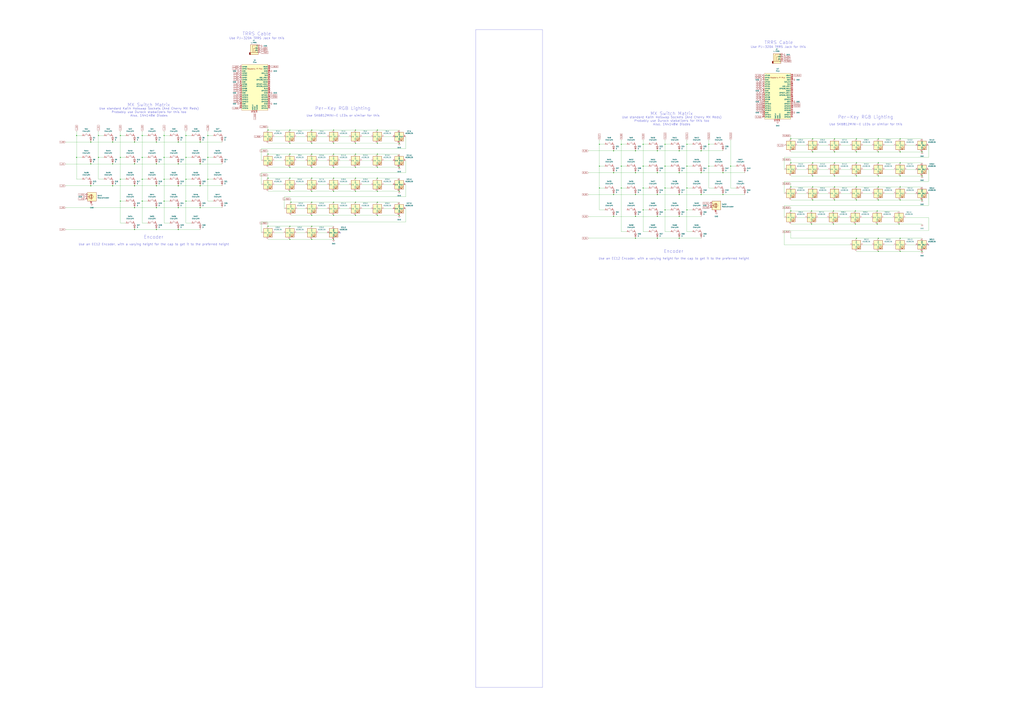
<source format=kicad_sch>
(kicad_sch (version 20231120) (generator "eeschema") (generator_version "8.0")
  (paper "A0")
  (junction (at 463.55 166.37))
  (junction (at 165.1 157.48))
  (junction (at 361.95 234.95))
  (junction (at 156.21 241.3))
  (junction (at 387.35 278.13))
  (junction (at 737.87 276.86))
  (junction (at 1019.81 292.1))
  (junction (at 943.61 232.41))
  (junction (at 772.16 167.64))
  (junction (at 387.35 151.13))
  (junction (at 207.01 190.5))
  (junction (at 387.35 250.19))
  (junction (at 311.15 179.07))
  (junction (at 207.01 266.7))
  (junction (at 1070.61 232.41))
  (junction (at 746.76 167.64))
  (junction (at 387.35 166.37))
  (junction (at 139.7 157.48))
  (junction (at 88.9 157.48))
  (junction (at 721.36 193.04))
  (junction (at 336.55 222.25))
  (junction (at 797.56 218.44))
  (junction (at 336.55 166.37))
  (junction (at 241.3 157.48))
  (junction (at 918.21 161.29))
  (junction (at 1045.21 292.1))
  (junction (at 337.82 234.95))
  (junction (at 207.01 241.3))
  (junction (at 412.75 194.31))
  (junction (at 994.41 176.53))
  (junction (at 232.41 190.5))
  (junction (at 1019.81 232.41))
  (junction (at 412.75 179.07))
  (junction (at 336.55 278.13))
  (junction (at 994.41 161.29))
  (junction (at 215.9 182.88))
  (junction (at 1019.81 204.47))
  (junction (at 943.61 161.29))
  (junction (at 412.75 234.95))
  (junction (at 387.35 207.01))
  (junction (at 412.75 166.37))
  (junction (at 993.14 245.11))
  (junction (at 139.7 233.68))
  (junction (at 814.07 200.66))
  (junction (at 387.35 222.25))
  (junction (at 139.7 182.88))
  (junction (at 746.76 243.84))
  (junction (at 207.01 165.1))
  (junction (at 763.27 276.86))
  (junction (at 797.56 167.64))
  (junction (at 772.16 193.04))
  (junction (at 438.15 194.31))
  (junction (at 721.36 218.44))
  (junction (at 361.95 166.37))
  (junction (at 361.95 250.19))
  (junction (at 130.81 190.5))
  (junction (at 788.67 251.46))
  (junction (at 788.67 226.06))
  (junction (at 232.41 215.9))
  (junction (at 438.15 222.25))
  (junction (at 994.41 276.86))
  (junction (at 361.95 262.89))
  (junction (at 848.36 193.04))
  (junction (at 463.55 250.19))
  (junction (at 241.3 182.88))
  (junction (at 1019.81 176.53))
  (junction (at 139.7 208.28))
  (junction (at 942.34 260.35))
  (junction (at 130.81 165.1))
  (junction (at 156.21 165.1))
  (junction (at 181.61 190.5))
  (junction (at 438.15 207.01))
  (junction (at 788.67 200.66))
  (junction (at 361.95 151.13))
  (junction (at 737.87 200.66))
  (junction (at 712.47 200.66))
  (junction (at 918.21 217.17))
  (junction (at 943.61 217.17))
  (junction (at 1019.81 189.23))
  (junction (at 438.15 179.07))
  (junction (at 165.1 182.88))
  (junction (at 967.74 260.35))
  (junction (at 1045.21 204.47))
  (junction (at 1070.61 176.53))
  (junction (at 336.55 179.07))
  (junction (at 994.41 217.17))
  (junction (at 105.41 190.5))
  (junction (at 361.95 222.25))
  (junction (at 105.41 165.1))
  (junction (at 1045.21 176.53))
  (junction (at 412.75 207.01))
  (junction (at 1045.21 161.29))
  (junction (at 737.87 251.46))
  (junction (at 943.61 176.53))
  (junction (at 797.56 243.84))
  (junction (at 438.15 166.37))
  (junction (at 1018.54 260.35))
  (junction (at 969.01 232.41))
  (junction (at 165.1 208.28))
  (junction (at 1045.21 217.17))
  (junction (at 969.01 176.53))
  (junction (at 772.16 243.84))
  (junction (at 737.87 226.06))
  (junction (at 156.21 266.7))
  (junction (at 712.47 226.06))
  (junction (at 336.55 207.01))
  (junction (at 336.55 151.13))
  (junction (at 311.15 207.01))
  (junction (at 190.5 182.88))
  (junction (at 1019.81 161.29))
  (junction (at 942.34 245.11))
  (junction (at 181.61 165.1))
  (junction (at 814.07 226.06))
  (junction (at 387.35 194.31))
  (junction (at 361.95 278.13))
  (junction (at 114.3 182.88))
  (junction (at 181.61 241.3))
  (junction (at 241.3 208.28))
  (junction (at 232.41 241.3))
  (junction (at 993.14 260.35))
  (junction (at 387.35 234.95))
  (junction (at 412.75 222.25))
  (junction (at 969.01 189.23))
  (junction (at 839.47 226.06))
  (junction (at 190.5 157.48))
  (junction (at 763.27 200.66))
  (junction (at 156.21 215.9))
  (junction (at 412.75 151.13))
  (junction (at 994.41 189.23))
  (junction (at 1045.21 189.23))
  (junction (at 232.41 165.1))
  (junction (at 943.61 204.47))
  (junction (at 969.01 161.29))
  (junction (at 1019.81 217.17))
  (junction (at 190.5 208.28))
  (junction (at 387.35 179.07))
  (junction (at 814.07 175.26))
  (junction (at 746.76 218.44))
  (junction (at 361.95 207.01))
  (junction (at 695.96 218.44))
  (junction (at 763.27 175.26))
  (junction (at 1045.21 232.41))
  (junction (at 969.01 217.17))
  (junction (at 114.3 157.48))
  (junction (at 967.74 245.11))
  (junction (at 1045.21 276.86))
  (junction (at 1043.94 260.35))
  (junction (at 463.55 194.31))
  (junction (at 311.15 262.89))
  (junction (at 311.15 151.13))
  (junction (at 181.61 266.7))
  (junction (at 839.47 200.66))
  (junction (at 721.36 167.64))
  (junction (at 336.55 194.31))
  (junction (at 336.55 262.89))
  (junction (at 361.95 179.07))
  (junction (at 438.15 151.13))
  (junction (at 215.9 157.48))
  (junction (at 361.95 194.31))
  (junction (at 712.47 175.26))
  (junction (at 763.27 251.46))
  (junction (at 746.76 193.04))
  (junction (at 918.21 245.11))
  (junction (at 88.9 182.88))
  (junction (at 438.15 234.95))
  (junction (at 712.47 251.46))
  (junction (at 822.96 193.04))
  (junction (at 763.27 226.06))
  (junction (at 969.01 204.47))
  (junction (at 1018.54 245.11))
  (junction (at 412.75 250.19))
  (junction (at 215.9 233.68))
  (junction (at 772.16 218.44))
  (junction (at 695.96 167.64))
  (junction (at 130.81 215.9))
  (junction (at 181.61 215.9))
  (junction (at 1070.61 204.47))
  (junction (at 1070.61 292.1))
  (junction (at 207.01 215.9))
  (junction (at 822.96 167.64))
  (junction (at 695.96 193.04))
  (junction (at 797.56 193.04))
  (junction (at 105.41 215.9))
  (junction (at 918.21 189.23))
  (junction (at 463.55 222.25))
  (junction (at 994.41 204.47))
  (junction (at 737.87 175.26))
  (junction (at 156.21 190.5))
  (junction (at 943.61 189.23))
  (junction (at 788.67 175.26))
  (junction (at 190.5 233.68))
  (junction (at 438.15 250.19))
  (junction (at 215.9 208.28))
  (junction (at 788.67 276.86))
  (junction (at 1019.81 276.86))
  (junction (at 165.1 233.68))
  (junction (at 994.41 232.41))
  (no_connect (at 394.97 270.51))
  (no_connect (at 1078.23 284.48))
  (wire (pts (xy 910.59 238.76) (xy 910.59 252.73)))
  (wire (pts (xy 369.57 186.69) (xy 379.73 186.69)))
  (wire (pts (xy 156.21 190.5) (xy 181.61 190.5)))
  (wire (pts (xy 839.47 200.66) (xy 864.87 200.66)))
  (wire (pts (xy 241.3 157.48) (xy 241.3 182.88)))
  (wire (pts (xy 993.14 245.11) (xy 1018.54 245.11)))
  (wire (pts (xy 471.17 214.63) (xy 471.17 228.6)))
  (wire (pts (xy 181.61 266.7) (xy 207.01 266.7)))
  (wire (pts (xy 105.41 215.9) (xy 130.81 215.9)))
  (wire (pts (xy 471.17 228.6) (xy 330.2 228.6)))
  (wire (pts (xy 1019.81 232.41) (xy 1045.21 232.41)))
  (wire (pts (xy 311.15 179.07) (xy 336.55 179.07)))
  (wire (pts (xy 361.95 207.01) (xy 387.35 207.01)))
  (wire (pts (xy 788.67 200.66) (xy 814.07 200.66)))
  (wire (pts (xy 1078.23 252.73) (xy 1051.56 252.73)))
  (wire (pts (xy 976.63 196.85) (xy 986.79 196.85)))
  (wire (pts (xy 1045.21 161.29) (xy 1070.61 161.29)))
  (wire (pts (xy 311.15 166.37) (xy 336.55 166.37)))
  (wire (pts (xy 181.61 215.9) (xy 207.01 215.9)))
  (wire (pts (xy 171.45 157.48) (xy 165.1 157.48)))
  (wire (pts (xy 943.61 217.17) (xy 969.01 217.17)))
  (wire (pts (xy 337.82 234.95) (xy 361.95 234.95)))
  (wire (pts (xy 361.95 234.95) (xy 387.35 234.95)))
  (wire (pts (xy 222.25 157.48) (xy 215.9 157.48)))
  (wire (pts (xy 702.31 167.64) (xy 695.96 167.64)))
  (wire (pts (xy 318.77 270.51) (xy 328.93 270.51)))
  (wire (pts (xy 763.27 175.26) (xy 788.67 175.26)))
  (wire (pts (xy 318.77 158.75) (xy 328.93 158.75)))
  (wire (pts (xy 215.9 259.08) (xy 222.25 259.08)))
  (wire (pts (xy 994.41 232.41) (xy 1019.81 232.41)))
  (wire (pts (xy 190.5 233.68) (xy 190.5 259.08)))
  (wire (pts (xy 797.56 218.44) (xy 797.56 243.84)))
  (wire (pts (xy 925.83 252.73) (xy 934.72 252.73)))
  (wire (pts (xy 969.01 204.47) (xy 994.41 204.47)))
  (wire (pts (xy 215.9 233.68) (xy 222.25 233.68)))
  (wire (pts (xy 969.01 161.29) (xy 994.41 161.29)))
  (wire (pts (xy 222.25 182.88) (xy 215.9 182.88)))
  (wire (pts (xy 753.11 218.44) (xy 746.76 218.44)))
  (wire (pts (xy 925.83 168.91) (xy 935.99 168.91)))
  (wire (pts (xy 412.75 166.37) (xy 438.15 166.37)))
  (wire (pts (xy 1052.83 196.85) (xy 1062.99 196.85)))
  (wire (pts (xy 311.15 147.32) (xy 311.15 151.13)))
  (wire (pts (xy 1027.43 168.91) (xy 1037.59 168.91)))
  (wire (pts (xy 241.3 208.28) (xy 241.3 233.68)))
  (wire (pts (xy 181.61 241.3) (xy 207.01 241.3)))
  (wire (pts (xy 1027.43 224.79) (xy 1037.59 224.79)))
  (wire (pts (xy 165.1 233.68) (xy 171.45 233.68)))
  (wire (pts (xy 130.81 190.5) (xy 156.21 190.5)))
  (wire (pts (xy 1019.81 176.53) (xy 1045.21 176.53)))
  (wire (pts (xy 727.71 167.64) (xy 721.36 167.64)))
  (wire (pts (xy 683.26 251.46) (xy 712.47 251.46)))
  (wire (pts (xy 114.3 182.88) (xy 114.3 208.28)))
  (wire (pts (xy 344.17 270.51) (xy 354.33 270.51)))
  (wire (pts (xy 1019.81 276.86) (xy 1045.21 276.86)))
  (wire (pts (xy 1078.23 168.91) (xy 1078.23 182.88)))
  (wire (pts (xy 369.57 242.57) (xy 379.73 242.57)))
  (wire (pts (xy 1002.03 168.91) (xy 1012.19 168.91)))
  (wire (pts (xy 412.75 179.07) (xy 438.15 179.07)))
  (wire (pts (xy 1052.83 284.48) (xy 1062.99 284.48)))
  (wire (pts (xy 76.2 241.3) (xy 156.21 241.3)))
  (wire (pts (xy 311.15 259.08) (xy 311.15 262.89)))
  (wire (pts (xy 445.77 186.69) (xy 455.93 186.69)))
  (wire (pts (xy 829.31 167.64) (xy 822.96 167.64)))
  (wire (pts (xy 994.41 189.23) (xy 1019.81 189.23)))
  (wire (pts (xy 994.41 217.17) (xy 1019.81 217.17)))
  (wire (pts (xy 438.15 179.07) (xy 463.55 179.07)))
  (wire (pts (xy 76.2 215.9) (xy 105.41 215.9)))
  (wire (pts (xy 1045.21 189.23) (xy 1070.61 189.23)))
  (wire (pts (xy 683.26 226.06) (xy 712.47 226.06)))
  (wire (pts (xy 207.01 190.5) (xy 232.41 190.5)))
  (wire (pts (xy 763.27 251.46) (xy 788.67 251.46)))
  (wire (pts (xy 910.59 182.88) (xy 910.59 196.85)))
  (wire (pts (xy 190.5 182.88) (xy 190.5 208.28)))
  (wire (pts (xy 1078.23 210.82) (xy 1078.23 196.85)))
  (wire (pts (xy 181.61 165.1) (xy 207.01 165.1)))
  (wire (pts (xy 345.44 242.57) (xy 354.33 242.57)))
  (wire (pts (xy 420.37 242.57) (xy 430.53 242.57)))
  (wire (pts (xy 438.15 207.01) (xy 463.55 207.01)))
  (wire (pts (xy 412.75 234.95) (xy 438.15 234.95)))
  (wire (pts (xy 994.41 292.1) (xy 1019.81 292.1)))
  (wire (pts (xy 848.36 193.04) (xy 848.36 218.44)))
  (wire (pts (xy 918.21 269.24) (xy 918.21 276.86)))
  (wire (pts (xy 993.14 260.35) (xy 1018.54 260.35)))
  (wire (pts (xy 721.36 162.56) (xy 721.36 167.64)))
  (wire (pts (xy 969.01 189.23) (xy 994.41 189.23)))
  (wire (pts (xy 156.21 266.7) (xy 181.61 266.7)))
  (wire (pts (xy 1045.21 217.17) (xy 1070.61 217.17)))
  (wire (pts (xy 95.25 182.88) (xy 88.9 182.88)))
  (wire (pts (xy 181.61 190.5) (xy 207.01 190.5)))
  (wire (pts (xy 336.55 207.01) (xy 361.95 207.01)))
  (wire (pts (xy 925.83 196.85) (xy 935.99 196.85)))
  (wire (pts (xy 420.37 214.63) (xy 430.53 214.63)))
  (wire (pts (xy 311.15 278.13) (xy 336.55 278.13)))
  (wire (pts (xy 311.15 194.31) (xy 336.55 194.31)))
  (wire (pts (xy 336.55 278.13) (xy 361.95 278.13)))
  (wire (pts (xy 156.21 165.1) (xy 181.61 165.1)))
  (wire (pts (xy 803.91 218.44) (xy 797.56 218.44)))
  (wire (pts (xy 1019.81 189.23) (xy 1045.21 189.23)))
  (wire (pts (xy 241.3 152.4) (xy 241.3 157.48)))
  (wire (pts (xy 778.51 167.64) (xy 772.16 167.64)))
  (wire (pts (xy 695.96 167.64) (xy 695.96 193.04)))
  (wire (pts (xy 910.59 267.97) (xy 910.59 284.48)))
  (wire (pts (xy 712.47 200.66) (xy 737.87 200.66)))
  (wire (pts (xy 361.95 278.13) (xy 387.35 278.13)))
  (wire (pts (xy 146.05 182.88) (xy 139.7 182.88)))
  (wire (pts (xy 412.75 250.19) (xy 438.15 250.19)))
  (wire (pts (xy 746.76 193.04) (xy 746.76 218.44)))
  (wire (pts (xy 829.31 218.44) (xy 822.96 218.44)))
  (wire (pts (xy 222.25 208.28) (xy 215.9 208.28)))
  (wire (pts (xy 215.9 233.68) (xy 215.9 259.08)))
  (wire (pts (xy 190.5 208.28) (xy 190.5 233.68)))
  (wire (pts (xy 814.07 175.26) (xy 839.47 175.26)))
  (wire (pts (xy 753.11 167.64) (xy 746.76 167.64)))
  (wire (pts (xy 232.41 190.5) (xy 257.81 190.5)))
  (wire (pts (xy 918.21 185.42) (xy 918.21 189.23)))
  (wire (pts (xy 727.71 193.04) (xy 721.36 193.04)))
  (wire (pts (xy 695.96 193.04) (xy 695.96 218.44)))
  (wire (pts (xy 702.31 218.44) (xy 695.96 218.44)))
  (wire (pts (xy 772.16 243.84) (xy 778.51 243.84)))
  (wire (pts (xy 336.55 194.31) (xy 361.95 194.31)))
  (wire (pts (xy 797.56 243.84) (xy 797.56 269.24)))
  (wire (pts (xy 303.53 214.63) (xy 303.53 200.66)))
  (wire (pts (xy 361.95 166.37) (xy 387.35 166.37)))
  (wire (pts (xy 943.61 176.53) (xy 969.01 176.53)))
  (wire (pts (xy 772.16 162.56) (xy 772.16 167.64)))
  (wire (pts (xy 88.9 182.88) (xy 88.9 208.28)))
  (wire (pts (xy 1018.54 260.35) (xy 1043.94 260.35)))
  (wire (pts (xy 1052.83 224.79) (xy 1062.99 224.79)))
  (wire (pts (xy 746.76 243.84) (xy 746.76 269.24)))
  (wire (pts (xy 969.01 217.17) (xy 994.41 217.17)))
  (wire (pts (xy 1078.23 238.76) (xy 910.59 238.76)))
  (wire (pts (xy 215.9 157.48) (xy 215.9 182.88)))
  (wire (pts (xy 788.67 251.46) (xy 814.07 251.46)))
  (wire (pts (xy 165.1 157.48) (xy 165.1 182.88)))
  (wire (pts (xy 951.23 196.85) (xy 961.39 196.85)))
  (wire (pts (xy 471.17 257.81) (xy 303.53 257.81)))
  (wire (pts (xy 387.35 222.25) (xy 412.75 222.25)))
  (wire (pts (xy 361.95 262.89) (xy 387.35 262.89)))
  (wire (pts (xy 803.91 167.64) (xy 797.56 167.64)))
  (wire (pts (xy 394.97 242.57) (xy 405.13 242.57)))
  (wire (pts (xy 165.1 233.68) (xy 165.1 259.08)))
  (wire (pts (xy 139.7 182.88) (xy 139.7 208.28)))
  (wire (pts (xy 130.81 165.1) (xy 156.21 165.1)))
  (wire (pts (xy 994.41 204.47) (xy 1019.81 204.47)))
  (wire (pts (xy 344.17 186.69) (xy 354.33 186.69)))
  (wire (pts (xy 139.7 233.68) (xy 139.7 259.08)))
  (wire (pts (xy 797.56 269.24) (xy 803.91 269.24)))
  (wire (pts (xy 994.41 176.53) (xy 1019.81 176.53)))
  (wire (pts (xy 772.16 218.44) (xy 772.16 243.84)))
  (wire (pts (xy 311.15 151.13) (xy 336.55 151.13)))
  (wire (pts (xy 1027.43 284.48) (xy 1037.59 284.48)))
  (wire (pts (xy 207.01 266.7) (xy 232.41 266.7)))
  (wire (pts (xy 943.61 204.47) (xy 969.01 204.47)))
  (wire (pts (xy 949.96 252.73) (xy 960.12 252.73)))
  (wire (pts (xy 918.21 241.3) (xy 918.21 245.11)))
  (wire (pts (xy 139.7 259.08) (xy 146.05 259.08)))
  (wire (pts (xy 139.7 233.68) (xy 146.05 233.68)))
  (wire (pts (xy 361.95 151.13) (xy 387.35 151.13)))
  (wire (pts (xy 190.5 259.08) (xy 196.85 259.08)))
  (wire (pts (xy 772.16 269.24) (xy 778.51 269.24)))
  (wire (pts (xy 976.63 224.79) (xy 986.79 224.79)))
  (wire (pts (xy 1026.16 252.73) (xy 1036.32 252.73)))
  (wire (pts (xy 737.87 200.66) (xy 763.27 200.66)))
  (wire (pts (xy 839.47 226.06) (xy 864.87 226.06)))
  (wire (pts (xy 156.21 241.3) (xy 181.61 241.3)))
  (wire (pts (xy 165.1 259.08) (xy 171.45 259.08)))
  (wire (pts (xy 918.21 232.41) (xy 943.61 232.41)))
  (wire (pts (xy 918.21 217.17) (xy 943.61 217.17)))
  (wire (pts (xy 918.21 260.35) (xy 942.34 260.35)))
  (wire (pts (xy 918.21 245.11) (xy 942.34 245.11)))
  (wire (pts (xy 387.35 250.19) (xy 412.75 250.19)))
  (wire (pts (xy 772.16 167.64) (xy 772.16 193.04)))
  (wire (pts (xy 471.17 242.57) (xy 471.17 257.81)))
  (wire (pts (xy 232.41 215.9) (xy 257.81 215.9)))
  (wire (pts (xy 683.26 200.66) (xy 712.47 200.66)))
  (wire (pts (xy 420.37 186.69) (xy 430.53 186.69)))
  (wire (pts (xy 721.36 269.24) (xy 721.36 218.44)))
  (wire (pts (xy 303.53 172.72) (xy 303.53 186.69)))
  (wire (pts (xy 727.71 218.44) (xy 721.36 218.44)))
  (wire (pts (xy 969.01 232.41) (xy 994.41 232.41)))
  (wire (pts (xy 763.27 200.66) (xy 788.67 200.66)))
  (wire (pts (xy 918.21 189.23) (xy 943.61 189.23)))
  (wire (pts (xy 778.51 218.44) (xy 772.16 218.44)))
  (wire (pts (xy 387.35 151.13) (xy 412.75 151.13)))
  (wire (pts (xy 737.87 226.06) (xy 763.27 226.06)))
  (wire (pts (xy 1045.21 176.53) (xy 1070.61 176.53)))
  (wire (pts (xy 165.1 208.28) (xy 165.1 233.68)))
  (wire (pts (xy 702.31 193.04) (xy 695.96 193.04)))
  (wire (pts (xy 943.61 232.41) (xy 969.01 232.41)))
  (wire (pts (xy 721.36 167.64) (xy 721.36 193.04)))
  (wire (pts (xy 318.77 186.69) (xy 328.93 186.69)))
  (wire (pts (xy 76.2 266.7) (xy 156.21 266.7)))
  (wire (pts (xy 737.87 251.46) (xy 763.27 251.46)))
  (wire (pts (xy 1078.23 252.73) (xy 1078.23 267.97)))
  (wire (pts (xy 361.95 250.19) (xy 387.35 250.19)))
  (wire (pts (xy 918.21 176.53) (xy 943.61 176.53)))
  (wire (pts (xy 146.05 208.28) (xy 139.7 208.28)))
  (wire (pts (xy 207.01 215.9) (xy 232.41 215.9)))
  (wire (pts (xy 1002.03 284.48) (xy 1012.19 284.48)))
  (wire (pts (xy 88.9 152.4) (xy 88.9 157.48)))
  (wire (pts (xy 746.76 269.24) (xy 753.11 269.24)))
  (wire (pts (xy 95.25 208.28) (xy 88.9 208.28)))
  (wire (pts (xy 336.55 179.07) (xy 361.95 179.07)))
  (wire (pts (xy 247.65 157.48) (xy 241.3 157.48)))
  (wire (pts (xy 918.21 213.36) (xy 918.21 217.17)))
  (wire (pts (xy 311.15 207.01) (xy 336.55 207.01)))
  (wire (pts (xy 139.7 208.28) (xy 139.7 233.68)))
  (wire (pts (xy 412.75 194.31) (xy 438.15 194.31)))
  (wire (pts (xy 822.96 162.56) (xy 822.96 167.64)))
  (wire (pts (xy 1002.03 196.85) (xy 1012.19 196.85)))
  (wire (pts (xy 1019.81 204.47) (xy 1045.21 204.47)))
  (wire (pts (xy 788.67 226.06) (xy 814.07 226.06)))
  (wire (pts (xy 712.47 251.46) (xy 737.87 251.46)))
  (wire (pts (xy 196.85 182.88) (xy 190.5 182.88)))
  (wire (pts (xy 1043.94 260.35) (xy 1070.61 260.35)))
  (wire (pts (xy 171.45 208.28) (xy 165.1 208.28)))
  (wire (pts (xy 763.27 226.06) (xy 788.67 226.06)))
  (wire (pts (xy 105.41 165.1) (xy 130.81 165.1)))
  (wire (pts (xy 943.61 189.23) (xy 969.01 189.23)))
  (wire (pts (xy 695.96 162.56) (xy 695.96 167.64)))
  (wire (pts (xy 753.11 193.04) (xy 746.76 193.04)))
  (wire (pts (xy 114.3 157.48) (xy 114.3 182.88)))
  (wire (pts (xy 848.36 162.56) (xy 848.36 193.04)))
  (wire (pts (xy 683.26 276.86) (xy 737.87 276.86)))
  (wire (pts (xy 156.21 215.9) (xy 181.61 215.9)))
  (wire (pts (xy 139.7 157.48) (xy 139.7 182.88)))
  (wire (pts (xy 829.31 193.04) (xy 822.96 193.04)))
  (wire (pts (xy 438.15 222.25) (xy 463.55 222.25)))
  (wire (pts (xy 303.53 257.81) (xy 303.53 270.51)))
  (wire (pts (xy 918.21 276.86) (xy 994.41 276.86)))
  (wire (pts (xy 336.55 262.89) (xy 361.95 262.89)))
  (wire (pts (xy 471.17 200.66) (xy 471.17 186.69)))
  (wire (pts (xy 746.76 167.64) (xy 746.76 193.04)))
  (wire (pts (xy 994.41 276.86) (xy 1019.81 276.86)))
  (wire (pts (xy 369.57 270.51) (xy 379.73 270.51)))
  (wire (pts (xy 215.9 208.28) (xy 215.9 233.68)))
  (wire (pts (xy 951.23 168.91) (xy 961.39 168.91)))
  (wire (pts (xy 387.35 207.01) (xy 412.75 207.01)))
  (wire (pts (xy 788.67 276.86) (xy 814.07 276.86)))
  (wire (pts (xy 797.56 193.04) (xy 797.56 218.44)))
  (wire (pts (xy 994.41 161.29) (xy 1019.81 161.29)))
  (wire (pts (xy 387.35 234.95) (xy 412.75 234.95)))
  (wire (pts (xy 361.95 222.25) (xy 387.35 222.25)))
  (wire (pts (xy 76.2 165.1) (xy 105.41 165.1)))
  (wire (pts (xy 1078.23 182.88) (xy 910.59 182.88)))
  (wire (pts (xy 727.71 269.24) (xy 721.36 269.24)))
  (wire (pts (xy 1000.76 252.73) (xy 1010.92 252.73)))
  (wire (pts (xy 120.65 157.48) (xy 114.3 157.48)))
  (wire (pts (xy 942.34 260.35) (xy 967.74 260.35)))
  (wire (pts (xy 1019.81 217.17) (xy 1045.21 217.17)))
  (wire (pts (xy 336.55 151.13) (xy 361.95 151.13)))
  (wire (pts (xy 976.63 168.91) (xy 986.79 168.91)))
  (wire (pts (xy 247.65 182.88) (xy 241.3 182.88)))
  (wire (pts (xy 232.41 165.1) (xy 257.81 165.1)))
  (wire (pts (xy 721.36 193.04) (xy 721.36 218.44)))
  (wire (pts (xy 196.85 208.28) (xy 190.5 208.28)))
  (wire (pts (xy 737.87 175.26) (xy 763.27 175.26)))
  (wire (pts (xy 438.15 194.31) (xy 463.55 194.31)))
  (wire (pts (xy 120.65 208.28) (xy 114.3 208.28)))
  (wire (pts (xy 232.41 241.3) (xy 257.81 241.3)))
  (wire (pts (xy 171.45 182.88) (xy 165.1 182.88)))
  (wire (pts (xy 746.76 243.84) (xy 753.11 243.84)))
  (wire (pts (xy 394.97 214.63) (xy 405.13 214.63)))
  (wire (pts (xy 318.77 214.63) (xy 328.93 214.63)))
  (wire (pts (xy 918.21 204.47) (xy 943.61 204.47)))
  (wire (pts (xy 311.15 262.89) (xy 336.55 262.89)))
  (wire (pts (xy 772.16 193.04) (xy 772.16 218.44)))
  (wire (pts (xy 746.76 218.44) (xy 746.76 243.84)))
  (wire (pts (xy 196.85 157.48) (xy 190.5 157.48)))
  (wire (pts (xy 910.59 224.79) (xy 910.59 210.82)))
  (wire (pts (xy 1045.21 232.41) (xy 1070.61 232.41)))
  (wire (pts (xy 951.23 224.79) (xy 961.39 224.79)))
  (wire (pts (xy 76.2 190.5) (xy 105.41 190.5)))
  (wire (pts (xy 746.76 162.56) (xy 746.76 167.64)))
  (wire (pts (xy 712.47 175.26) (xy 737.87 175.26)))
  (wire (pts (xy 943.61 161.29) (xy 969.01 161.29)))
  (wire (pts (xy 737.87 276.86) (xy 763.27 276.86)))
  (wire (pts (xy 344.17 158.75) (xy 354.33 158.75)))
  (wire (pts (xy 337.82 250.19) (xy 361.95 250.19)))
  (wire (pts (xy 1018.54 245.11) (xy 1043.94 245.11)))
  (wire (pts (xy 190.5 152.4) (xy 190.5 157.48)))
  (wire (pts (xy 361.95 194.31) (xy 387.35 194.31)))
  (wire (pts (xy 822.96 167.64) (xy 822.96 193.04)))
  (wire (pts (xy 854.71 218.44) (xy 848.36 218.44)))
  (wire (pts (xy 803.91 193.04) (xy 797.56 193.04)))
  (wire (pts (xy 412.75 222.25) (xy 438.15 222.25)))
  (wire (pts (xy 215.9 182.88) (xy 215.9 208.28)))
  (wire (pts (xy 910.59 284.48) (xy 986.79 284.48)))
  (wire (pts (xy 207.01 241.3) (xy 232.41 241.3)))
  (wire (pts (xy 330.2 228.6) (xy 330.2 242.57)))
  (wire (pts (xy 241.3 233.68) (xy 247.65 233.68)))
  (wire (pts (xy 967.74 260.35) (xy 993.14 260.35)))
  (wire (pts (xy 445.77 158.75) (xy 455.93 158.75)))
  (wire (pts (xy 369.57 214.63) (xy 379.73 214.63)))
  (wire (pts (xy 337.82 231.14) (xy 337.82 234.95)))
  (wire (pts (xy 387.35 194.31) (xy 412.75 194.31)))
  (wire (pts (xy 88.9 157.48) (xy 88.9 182.88)))
  (wire (pts (xy 814.07 226.06) (xy 839.47 226.06)))
  (wire (pts (xy 369.57 158.75) (xy 379.73 158.75)))
  (wire (pts (xy 105.41 190.5) (xy 130.81 190.5)))
  (wire (pts (xy 445.77 214.63) (xy 455.93 214.63)))
  (wire (pts (xy 215.9 152.4) (xy 215.9 157.48)))
  (wire (pts (xy 438.15 151.13) (xy 463.55 151.13)))
  (wire (pts (xy 797.56 167.64) (xy 797.56 193.04)))
  (wire (pts (xy 344.17 214.63) (xy 354.33 214.63)))
  (wire (pts (xy 471.17 158.75) (xy 471.17 172.72)))
  (wire (pts (xy 247.65 208.28) (xy 241.3 208.28)))
  (wire (pts (xy 146.05 157.48) (xy 139.7 157.48)))
  (wire (pts (xy 438.15 166.37) (xy 463.55 166.37)))
  (wire (pts (xy 969.01 176.53) (xy 994.41 176.53)))
  (wire (pts (xy 1078.23 224.79) (xy 1078.23 238.76)))
  (wire (pts (xy 139.7 152.4) (xy 139.7 157.48)))
  (wire (pts (xy 311.15 203.2) (xy 311.15 207.01)))
  (wire (pts (xy 778.51 193.04) (xy 772.16 193.04)))
  (wire (pts (xy 412.75 207.01) (xy 438.15 207.01)))
  (wire (pts (xy 712.47 226.06) (xy 737.87 226.06)))
  (wire (pts (xy 822.96 193.04) (xy 822.96 218.44)))
  (wire (pts (xy 438.15 234.95) (xy 463.55 234.95)))
  (wire (pts (xy 1045.21 204.47) (xy 1070.61 204.47)))
  (wire (pts (xy 336.55 166.37) (xy 361.95 166.37)))
  (wire (pts (xy 311.15 222.25) (xy 336.55 222.25)))
  (wire (pts (xy 967.74 245.11) (xy 993.14 245.11)))
  (wire (pts (xy 207.01 165.1) (xy 232.41 165.1)))
  (wire (pts (xy 1019.81 161.29) (xy 1045.21 161.29)))
  (wire (pts (xy 975.36 252.73) (xy 985.52 252.73)))
  (wire (pts (xy 797.56 243.84) (xy 803.91 243.84)))
  (wire (pts (xy 241.3 182.88) (xy 241.3 208.28)))
  (wire (pts (xy 1045.21 276.86) (xy 1070.61 276.86)))
  (wire (pts (xy 165.1 182.88) (xy 165.1 208.28)))
  (wire (pts (xy 1045.21 292.1) (xy 1070.61 292.1)))
  (wire (pts (xy 918.21 161.29) (xy 943.61 161.29)))
  (wire (pts (xy 942.34 245.11) (xy 967.74 245.11)))
  (wire (pts (xy 114.3 152.4) (xy 114.3 157.48)))
  (wire (pts (xy 387.35 179.07) (xy 412.75 179.07)))
  (wire (pts (xy 1002.03 224.79) (xy 1012.19 224.79)))
  (wire (pts (xy 130.81 215.9) (xy 156.21 215.9)))
  (wire (pts (xy 1078.23 267.97) (xy 910.59 267.97)))
  (wire (pts (xy 1027.43 196.85) (xy 1037.59 196.85)))
  (wire (pts (xy 394.97 186.69) (xy 405.13 186.69)))
  (wire (pts (xy 772.16 243.84) (xy 772.16 269.24)))
  (wire (pts (xy 394.97 158.75) (xy 405.13 158.75)))
  (wire (pts (xy 925.83 224.79) (xy 935.99 224.79)))
  (wire (pts (xy 303.53 200.66) (xy 471.17 200.66)))
  (wire (pts (xy 420.37 158.75) (xy 430.53 158.75)))
  (wire (pts (xy 311.15 175.26) (xy 311.15 179.07)))
  (wire (pts (xy 387.35 166.37) (xy 412.75 166.37)))
  (wire (pts (xy 1052.83 168.91) (xy 1062.99 168.91)))
  (wire (pts (xy 763.27 276.86) (xy 788.67 276.86)))
  (wire (pts (xy 910.59 210.82) (xy 1078.23 210.82)))
  (wire (pts (xy 1019.81 292.1) (xy 1045.21 292.1)))
  (wire (pts (xy 95.25 157.48) (xy 88.9 157.48)))
  (wire (pts (xy 412.75 151.13) (xy 438.15 151.13)))
  (wire (pts (xy 120.65 182.88) (xy 114.3 182.88)))
  (wire (pts (xy 336.55 222.25) (xy 361.95 222.25)))
  (wire (pts (xy 702.31 243.84) (xy 695.96 243.84)))
  (wire (pts (xy 471.17 172.72) (xy 303.53 172.72)))
  (wire (pts (xy 165.1 152.4) (xy 165.1 157.48)))
  (wire (pts (xy 788.67 175.26) (xy 814.07 175.26)))
  (wire (pts (xy 438.15 250.19) (xy 463.55 250.19)))
  (wire (pts (xy 683.26 175.26) (xy 712.47 175.26)))
  (wire (pts (xy 361.95 179.07) (xy 387.35 179.07)))
  (wire (pts (xy 854.71 193.04) (xy 848.36 193.04)))
  (wire (pts (xy 190.5 157.48) (xy 190.5 182.88)))
  (wire (pts (xy 445.77 242.57) (xy 455.93 242.57)))
  (wire (pts (xy 797.56 162.56) (xy 797.56 167.64)))
  (wire (pts (xy 814.07 200.66) (xy 839.47 200.66)))
  (wire (pts (xy 918.21 157.48) (xy 918.21 161.29)))
  (wire (pts (xy 190.5 233.68) (xy 196.85 233.68)))
  (wire (pts (xy 695.96 218.44) (xy 695.96 243.84)))
  (rectangle (start 552.45 34.29) (end 629.92 798.83))
  (text "TRRS Cable" (at 904.24 49.53 0) (effects (font (size 3.81 3.81))))
  (text "Encoder" (at 178.308 275.59 0) (effects (font (size 3.81 3.81))))
  (text "MX Switch Matrix" (at 779.78 132.08 0) (effects (font (size 3.81 3.81))))
  (text "Encoder" (at 782.066 292.1 0) (effects (font (size 3.81 3.81))))
  (text "Per-Key RGB Lighting" (at 1005.078 136.144 0) (effects (font (size 3.81 3.81))))
  (text "MX Switch Matrix" (at 172.72 121.92 0) (effects (font (size 3.81 3.81))))
  (text "Use PJ-320A TRRS Jack for this" (at 298.196 44.45 0) (effects (font (size 2.54 2.54))))
  (text "Use an EC12 Encoder, with a varying height for the cap to get it to the preferred height" (at 178.562 283.972 0) (effects (font (size 2.54 2.54))))
  (text "Use PJ-320A TRRS Jack for this" (at 903.732 54.61 0) (effects (font (size 2.54 2.54))))
  (text "TRRS Cable" (at 298.196 39.37 0) (effects (font (size 3.81 3.81))))
  (text "Use SK6812MINI-E LEDs or similar for this" (at 1005.332 144.526 0) (effects (font (size 2.54 2.54))))
  (text "Per-Key RGB Lighting" (at 398.018 125.984 0) (effects (font (size 3.81 3.81))))
  (text "Use SK6812MINI-E LEDs or similar for this" (at 398.272 134.366 0) (effects (font (size 2.54 2.54))))
  (text "Use an EC12 Encoder, with a varying height for the cap to get it to the preferred height" (at 782.32 300.482 0) (effects (font (size 2.54 2.54))))
  (text "Use standard Kailh Hotswap Sockets (And Cherry MX Reds)\nProbably use Durock stabalizers for this too\nAlso, 1N4148W Diodes" (at 780.034 140.462 0) (effects (font (size 2.54 2.54))))
  (text "Use standard Kailh Hotswap Sockets (And Cherry MX Reds)\nProbably use Durock stabalizers for this too\nAlso, 1N4148W Diodes" (at 172.974 130.302 0) (effects (font (size 2.54 2.54))))
  (global_label "R_C9" (shape input) (at 885.19 115.57 180) (property "Intersheetrefs" "${INTERSHEET_REFS}" (effects (hide yes))))
  (global_label "R_VBUS" (shape input) (at 918.21 157.48 180) (property "Intersheetrefs" "${INTERSHEET_REFS}" (effects (hide yes))))
  (global_label "L_C6" (shape input) (at 278.13 118.11 180) (property "Intersheetrefs" "${INTERSHEET_REFS}" (effects (hide yes))))
  (global_label "L_GP0" (shape input) (at 302.26 55.88 0) (property "Intersheetrefs" "${INTERSHEET_REFS}" (effects (hide yes))))
  (global_label "L_C4" (shape input) (at 190.5 152.4 90) (property "Intersheetrefs" "${INTERSHEET_REFS}" (effects (hide yes))))
  (global_label "L_VBUS" (shape input) (at 311.15 203.2 180) (property "Intersheetrefs" "${INTERSHEET_REFS}" (effects (hide yes))))
  (global_label "L_GND" (shape input) (at 295.91 130.81 270) (property "Intersheetrefs" "${INTERSHEET_REFS}" (effects (hide yes))))
  (global_label "R_R4" (shape input) (at 885.19 107.95 180) (property "Intersheetrefs" "${INTERSHEET_REFS}" (effects (hide yes))))
  (global_label "L_C4" (shape input) (at 278.13 113.03 180) (property "Intersheetrefs" "${INTERSHEET_REFS}" (effects (hide yes))))
  (global_label "L_R2" (shape input) (at 76.2 215.9 180) (property "Intersheetrefs" "${INTERSHEET_REFS}" (effects (hide yes))))
  (global_label "L_R4" (shape input) (at 278.13 97.79 180) (property "Intersheetrefs" "${INTERSHEET_REFS}" (effects (hide yes))))
  (global_label "L_R1" (shape input) (at 76.2 190.5 180) (property "Intersheetrefs" "${INTERSHEET_REFS}" (effects (hide yes))))
  (global_label "R_VBUS" (shape input) (at 918.21 241.3 180) (property "Intersheetrefs" "${INTERSHEET_REFS}" (effects (hide yes))))
  (global_label "R_ECB" (shape input) (at 824.23 241.3 180) (property "Intersheetrefs" "${INTERSHEET_REFS}" (effects (hide yes))))
  (global_label "L_R4" (shape input) (at 76.2 266.7 180) (property "Intersheetrefs" "${INTERSHEET_REFS}" (effects (hide yes))))
  (global_label "L_R3" (shape input) (at 278.13 92.71 180) (property "Intersheetrefs" "${INTERSHEET_REFS}" (effects (hide yes))))
  (global_label "R_VBUS" (shape input) (at 918.21 185.42 180) (property "Intersheetrefs" "${INTERSHEET_REFS}" (effects (hide yes))))
  (global_label "R_ECA" (shape input) (at 824.23 236.22 180) (property "Intersheetrefs" "${INTERSHEET_REFS}" (effects (hide yes))))
  (global_label "R_R1" (shape input) (at 885.19 97.79 180) (property "Intersheetrefs" "${INTERSHEET_REFS}" (effects (hide yes))))
  (global_label "L_C0" (shape input) (at 88.9 152.4 90) (property "Intersheetrefs" "${INTERSHEET_REFS}" (effects (hide yes))))
  (global_label "L_RGB" (shape input) (at 303.53 158.75 180) (property "Intersheetrefs" "${INTERSHEET_REFS}" (effects (hide yes))))
  (global_label "R_C10" (shape input) (at 772.16 162.56 90) (property "Intersheetrefs" "${INTERSHEET_REFS}" (effects (hide yes))))
  (global_label "L_VBUS" (shape input) (at 311.15 147.32 180) (property "Intersheetrefs" "${INTERSHEET_REFS}" (effects (hide yes))))
  (global_label "L_GP1" (shape input) (at 302.26 58.42 0) (property "Intersheetrefs" "${INTERSHEET_REFS}" (effects (hide yes))))
  (global_label "L_ECA" (shape input) (at 99.06 226.06 180) (property "Intersheetrefs" "${INTERSHEET_REFS}" (effects (hide yes))))
  (global_label "L_C2" (shape input) (at 278.13 105.41 180) (property "Intersheetrefs" "${INTERSHEET_REFS}" (effects (hide yes))))
  (global_label "R_R2" (shape input) (at 885.19 100.33 180) (property "Intersheetrefs" "${INTERSHEET_REFS}" (effects (hide yes))))
  (global_label "R_GP1" (shape input) (at 885.19 90.17 180) (property "Intersheetrefs" "${INTERSHEET_REFS}" (effects (hide yes))))
  (global_label "L_GP0" (shape input) (at 278.13 77.47 180) (property "Intersheetrefs" "${INTERSHEET_REFS}" (effects (hide yes))))
  (global_label "R_C11" (shape input) (at 797.56 162.56 90) (property "Intersheetrefs" "${INTERSHEET_REFS}" (effects (hide yes))))
  (global_label "L_C0" (shape input) (at 278.13 100.33 180) (property "Intersheetrefs" "${INTERSHEET_REFS}" (effects (hide yes))))
  (global_label "L_VBUS" (shape input) (at 311.15 175.26 180) (property "Intersheetrefs" "${INTERSHEET_REFS}" (effects (hide yes))))
  (global_label "R_R3" (shape input) (at 885.19 102.87 180) (property "Intersheetrefs" "${INTERSHEET_REFS}" (effects (hide yes))))
  (global_label "L_C6" (shape input) (at 241.3 152.4 90) (property "Intersheetrefs" "${INTERSHEET_REFS}" (effects (hide yes))))
  (global_label "R_ECB" (shape input) (at 920.75 123.19 0) (property "Intersheetrefs" "${INTERSHEET_REFS}" (effects (hide yes))))
  (global_label "L_R1" (shape input) (at 278.13 87.63 180) (property "Intersheetrefs" "${INTERSHEET_REFS}" (effects (hide yes))))
  (global_label "L_VBUS" (shape input) (at 311.15 259.08 180) (property "Intersheetrefs" "${INTERSHEET_REFS}" (effects (hide yes))))
  (global_label "R_VBUS" (shape input) (at 909.32 71.12 0) (property "Intersheetrefs" "${INTERSHEET_REFS}" (effects (hide yes))))
  (global_label "L_R0" (shape input) (at 76.2 165.1 180) (property "Intersheetrefs" "${INTERSHEET_REFS}" (effects (hide yes))))
  (global_label "L_C1" (shape input) (at 114.3 152.4 90) (property "Intersheetrefs" "${INTERSHEET_REFS}" (effects (hide yes))))
  (global_label "R_C10" (shape input) (at 886.46 120.65 180) (property "Intersheetrefs" "${INTERSHEET_REFS}" (effects (hide yes))))
  (global_label "R_C12" (shape input) (at 822.96 162.56 90) (property "Intersheetrefs" "${INTERSHEET_REFS}" (effects (hide yes))))
  (global_label "L_RGB" (shape input) (at 278.13 125.73 180) (property "Intersheetrefs" "${INTERSHEET_REFS}" (effects (hide yes))))
  (global_label "R_GP0" (shape input) (at 885.19 87.63 180) (property "Intersheetrefs" "${INTERSHEET_REFS}" (effects (hide yes))))
  (global_label "R_C7" (shape input) (at 695.96 162.56 90) (property "Intersheetrefs" "${INTERSHEET_REFS}" (effects (hide yes))))
  (global_label "R_GP0" (shape input) (at 909.32 66.04 0) (property "Intersheetrefs" "${INTERSHEET_REFS}" (effects (hide yes))))
  (global_label "L_C3" (shape input) (at 165.1 152.4 90) (property "Intersheetrefs" "${INTERSHEET_REFS}" (effects (hide yes))))
  (global_label "R_R0" (shape input) (at 885.19 95.25 180) (property "Intersheetrefs" "${INTERSHEET_REFS}" (effects (hide yes))))
  (global_label "R_C12" (shape input) (at 886.46 125.73 180) (property "Intersheetrefs" "${INTERSHEET_REFS}" (effects (hide yes))))
  (global_label "L_C5" (shape input) (at 215.9 152.4 90) (property "Intersheetrefs" "${INTERSHEET_REFS}" (effects (hide yes))))
  (global_label "L_ECA" (shape input) (at 313.69 110.49 0) (property "Intersheetrefs" "${INTERSHEET_REFS}" (effects (hide yes))))
  (global_label "L_C5" (shape input) (at 278.13 115.57 180) (property "Intersheetrefs" "${INTERSHEET_REFS}" (effects (hide yes))))
  (global_label "L_C1" (shape input) (at 278.13 102.87 180) (property "Intersheetrefs" "${INTERSHEET_REFS}" (effects (hide yes))))
  (global_label "R_VBUS" (shape input) (at 918.21 269.24 180) (property "Intersheetrefs" "${INTERSHEET_REFS}" (effects (hide yes))))
  (global_label "L_ECB" (shape input) (at 313.69 113.03 0) (property "Intersheetrefs" "${INTERSHEET_REFS}" (effects (hide yes))))
  (global_label "R_LED" (shape input) (at 910.59 168.91 180) (property "Intersheetrefs" "${INTERSHEET_REFS}" (effects (hide yes))))
  (global_label "R_GP1" (shape input) (at 909.32 68.58 0) (property "Intersheetrefs" "${INTERSHEET_REFS}" (effects (hide yes))))
  (global_label "L_ECB" (shape input) (at 99.06 231.14 180) (property "Intersheetrefs" "${INTERSHEET_REFS}" (effects (hide yes))))
  (global_label "R_ECA" (shape input) (at 920.75 120.65 0) (property "Intersheetrefs" "${INTERSHEET_REFS}" (effects (hide yes))))
  (global_label "R_R1" (shape input) (at 683.26 200.66 180) (property "Intersheetrefs" "${INTERSHEET_REFS}" (effects (hide yes))))
  (global_label "R_R2" (shape input) (at 683.26 226.06 180) (property "Intersheetrefs" "${INTERSHEET_REFS}" (effects (hide yes))))
  (global_label "R_C8" (shape input) (at 885.19 113.03 180) (property "Intersheetrefs" "${INTERSHEET_REFS}" (effects (hide yes))))
  (global_label "L_VBUS" (shape input) (at 337.82 231.14 180) (property "Intersheetrefs" "${INTERSHEET_REFS}" (effects (hide yes))))
  (global_label "R_RGB" (shape input) (at 885.19 135.89 180) (property "Intersheetrefs" "${INTERSHEET_REFS}" (effects (hide yes))))
  (global_label "R_C7" (shape input) (at 885.19 110.49 180) (property "Intersheetrefs" "${INTERSHEET_REFS}" (effects (hide yes))))
  (global_label "L_GP1" (shape input) (at 278.13 80.01 180) (property "Intersheetrefs" "${INTERSHEET_REFS}" (effects (hide yes))))
  (global_label "L_R3" (shape input) (at 76.2 241.3 180) (property "Intersheetrefs" "${INTERSHEET_REFS}" (effects (hide yes))))
  (global_label "R_C11" (shape input) (at 886.46 123.19 180) (property "Intersheetrefs" "${INTERSHEET_REFS}" (effects (hide yes))))
  (global_label "L_C3" (shape input) (at 278.13 110.49 180) (property "Intersheetrefs" "${INTERSHEET_REFS}" (effects (hide yes))))
  (global_label "R_C13" (shape input) (at 886.46 128.27 180) (property "Intersheetrefs" "${INTERSHEET_REFS}" (effects (hide yes))))
  (global_label "R_C9" (shape input) (at 746.76 162.56 90) (property "Intersheetrefs" "${INTERSHEET_REFS}" (effects (hide yes))))
  (global_label "R_C13" (shape input) (at 848.36 162.56 90) (property "Intersheetrefs" "${INTERSHEET_REFS}" (effects (hide yes))))
  (global_label "L_VBUS" (shape input) (at 302.26 60.96 0) (property "Intersheetrefs" "${INTERSHEET_REFS}" (effects (hide yes))))
  (global_label "R_R4" (shape input) (at 683.26 276.86 180) (property "Intersheetrefs" "${INTERSHEET_REFS}" (effects (hide yes))))
  (global_label "R_VBUS" (shape input) (at 918.21 213.36 180) (property "Intersheetrefs" "${INTERSHEET_REFS}" (effects (hide yes))))
  (global_label "L_R2" (shape input) (at 278.13 90.17 180) (property "Intersheetrefs" "${INTERSHEET_REFS}" (effects (hide yes))))
  (global_label "L_C2" (shape input) (at 139.7 152.4 90) (property "Intersheetrefs" "${INTERSHEET_REFS}" (effects (hide yes))))
  (global_label "L_R0" (shape input) (at 278.13 85.09 180) (property "Intersheetrefs" "${INTERSHEET_REFS}" (effects (hide yes))))
  (global_label "R_VBUS" (shape input) (at 920.75 87.63 0) (property "Intersheetrefs" "${INTERSHEET_REFS}" (effects (hide yes))))
  (global_label "R_R0" (shape input) (at 683.26 175.26 180) (property "Intersheetrefs" "${INTERSHEET_REFS}" (effects (hide yes))))
  (global_label "R_C8" (shape input) (at 721.36 162.56 90) (property "Intersheetrefs" "${INTERSHEET_REFS}" (effects (hide yes))))
  (global_label "L_VBUS" (shape input) (at 313.69 77.47 0) (property "Intersheetrefs" "${INTERSHEET_REFS}" (effects (hide yes))))
  (global_label "R_R3" (shape input) (at 683.26 251.46 180) (property "Intersheetrefs" "${INTERSHEET_REFS}" (effects (hide yes))))
  (symbol (lib_id "LED:WS2812B") (at 361.95 270.51 0) (unit 1)
    (property "Reference" "D30.5" (at 373.38 264.1914 0))
    (property "Value" "WS2812B" (at 373.38 266.7314 0))
    (property "Footprint" "footprints:SK6812-MINI-E" (effects (hide yes)))
    (property "Datasheet" "https://cdn-shop.adafruit.com/datasheets/WS2812B.pdf" (effects (hide yes)))
    (property "Description" "RGB LED with integrated controller" (effects (hide yes)))
  )
  (symbol (lib_id "CherryMX:CherryMX") (at 176.53 233.68 0) (unit 1)
    (property "Reference" "SW44" (at 176.53 226.06 0))
    (property "Value" "CherryMX" (at 176.53 228.6 0))
    (property "Footprint" "CherryMX_PCB_KailhSocket:CherryMX_1.00u_PCB_KailhSocket" (effects (hide yes)))
  )
  (symbol (lib_id "power:GND") (at 313.69 120.65 90) (unit 1)
    (property "Reference" "#PWR19" (effects (hide yes)))
    (property "Value" "GND" (at 317.5 120.6499 90) (effects (justify right)))
    (property "Description" "Power symbol creates a global label with name \"GND\" , ground" (effects (hide yes)))
  )
  (symbol (lib_id "power:GND") (at 824.23 238.76 270) (unit 1)
    (property "Reference" "#PWR31" (effects (hide yes)))
    (property "Value" "GND" (at 820.42 238.7599 90) (effects (justify right)))
    (property "Description" "Power symbol creates a global label with name \"GND\" , ground" (effects (hide yes)))
  )
  (symbol (lib_id "power:GND") (at 885.19 92.71 270) (unit 1)
    (property "Reference" "#PWR9" (effects (hide yes)))
    (property "Value" "GND" (at 881.38 92.7099 90) (effects (justify right)))
    (property "Description" "Power symbol creates a global label with name \"GND\" , ground" (effects (hide yes)))
  )
  (symbol (lib_id "LED:WS2812B") (at 918.21 224.79 0) (unit 1)
    (property "Reference" "D49.5" (at 929.64 218.4714 0))
    (property "Value" "WS2812B" (at 929.64 221.0114 0))
    (property "Footprint" "footprints:SK6812-MINI-E" (effects (hide yes)))
    (property "Datasheet" "https://cdn-shop.adafruit.com/datasheets/WS2812B.pdf" (effects (hide yes)))
    (property "Description" "RGB LED with integrated controller" (effects (hide yes)))
  )
  (symbol (lib_id "LED:WS2812B") (at 311.15 270.51 0) (unit 1)
    (property "Reference" "D28.5" (at 322.58 264.1914 0))
    (property "Value" "WS2812B" (at 322.58 266.7314 0))
    (property "Footprint" "footprints:SK6812-MINI-E" (effects (hide yes)))
    (property "Datasheet" "https://cdn-shop.adafruit.com/datasheets/WS2812B.pdf" (effects (hide yes)))
    (property "Description" "RGB LED with integrated controller" (effects (hide yes)))
  )
  (symbol (lib_id "power:GND") (at 463.55 194.31 0) (unit 1)
    (property "Reference" "#PWR26" (effects (hide yes)))
    (property "Value" "GND" (at 463.55 199.39 0))
    (property "Description" "Power symbol creates a global label with name \"GND\" , ground" (effects (hide yes)))
  )
  (symbol (lib_id "Device:D") (at 181.61 161.29 90) (unit 1)
    (property "Reference" "D4" (at 184.15 160.0199 90) (effects (justify right)))
    (property "Value" "D" (at 184.15 162.5599 90) (effects (justify right)))
    (property "Footprint" "Diode_SMD:D_SOD-123" (effects (hide yes)))
    (property "Description" "Diode" (effects (hide yes)))
    (property "Sim.Device" "D" (effects (hide yes)))
    (property "Sim.Pins" "1=K 2=A" (effects (hide yes)))
  )
  (symbol (lib_id "Device:D") (at 181.61 186.69 90) (unit 1)
    (property "Reference" "D11" (at 184.15 185.4199 90) (effects (justify right)))
    (property "Value" "D" (at 184.15 187.9599 90) (effects (justify right)))
    (property "Footprint" "Diode_SMD:D_SOD-123" (effects (hide yes)))
    (property "Description" "Diode" (effects (hide yes)))
    (property "Sim.Device" "D" (effects (hide yes)))
    (property "Sim.Pins" "1=K 2=A" (effects (hide yes)))
  )
  (symbol (lib_id "power:GND") (at 1070.61 176.53 0) (unit 1)
    (property "Reference" "#PWR3" (effects (hide yes)))
    (property "Value" "GND" (at 1070.61 181.61 0))
    (property "Description" "Power symbol creates a global label with name \"GND\" , ground" (effects (hide yes)))
  )
  (symbol (lib_id "LED:WS2812B") (at 438.15 158.75 0) (unit 1)
    (property "Reference" "D6.5" (at 449.58 152.4314 0))
    (property "Value" "WS2812B" (at 449.58 154.9714 0))
    (property "Footprint" "footprints:SK6812-MINI-E" (effects (hide yes)))
    (property "Datasheet" "https://cdn-shop.adafruit.com/datasheets/WS2812B.pdf" (effects (hide yes)))
    (property "Description" "RGB LED with integrated controller" (effects (hide yes)))
  )
  (symbol (lib_id "LED:WS2812B") (at 438.15 242.57 0) (unit 1)
    (property "Reference" "D26.5" (at 449.58 236.2514 0))
    (property "Value" "WS2812B" (at 449.58 238.7914 0))
    (property "Footprint" "footprints:SK6812-MINI-E" (effects (hide yes)))
    (property "Datasheet" "https://cdn-shop.adafruit.com/datasheets/WS2812B.pdf" (effects (hide yes)))
    (property "Description" "RGB LED with integrated controller" (effects (hide yes)))
  )
  (symbol (lib_id "Device:D") (at 839.47 171.45 90) (unit 1)
    (property "Reference" "D36" (at 842.01 170.1799 90) (effects (justify right)))
    (property "Value" "D" (at 842.01 172.7199 90) (effects (justify right)))
    (property "Footprint" "Diode_SMD:D_SOD-123" (effects (hide yes)))
    (property "Description" "Diode" (effects (hide yes)))
    (property "Sim.Device" "D" (effects (hide yes)))
    (property "Sim.Pins" "1=K 2=A" (effects (hide yes)))
  )
  (symbol (lib_id "Connector_Audio:AudioJack4") (at 297.18 55.88 0) (unit 1)
    (property "Reference" "J1" (at 294.64 46.99 0))
    (property "Value" "L_TRRS" (at 294.64 49.53 0))
    (property "Footprint" "footprints:PJ-320A" (effects (hide yes)))
    (property "Description" "Audio Jack, 4 Poles (TRRS)" (effects (hide yes)))
  )
  (symbol (lib_id "power:GND") (at 1070.61 292.1 0) (unit 1)
    (property "Reference" "#PWR7" (effects (hide yes)))
    (property "Value" "GND" (at 1070.61 297.18 0))
    (property "Description" "Power symbol creates a global label with name \"GND\" , ground" (effects (hide yes)))
  )
  (symbol (lib_id "CherryMX:CherryMX") (at 100.33 182.88 0) (unit 1)
    (property "Reference" "SW14" (at 100.33 175.26 0))
    (property "Value" "CherryMX" (at 100.33 177.8 0))
    (property "Footprint" "CherryMX_PCB_KailhSocket:CherryMX_1.00u_PCB_KailhSocket" (effects (hide yes)))
  )
  (symbol (lib_id "CherryMX:CherryMX") (at 783.59 243.84 0) (unit 1)
    (property "Reference" "SW51" (at 783.59 236.22 0))
    (property "Value" "CherryMX" (at 783.59 238.76 0))
    (property "Footprint" "CherryMX_PCB_KailhSocket:CherryMX_1.00u_PCB_KailhSocket" (effects (hide yes)))
  )
  (symbol (lib_name "D_1") (lib_id "Device:D") (at 788.67 273.05 90) (unit 1)
    (property "Reference" "D58" (at 791.21 271.7799 90) (effects (justify right)))
    (property "Value" "D" (at 791.21 274.3199 90) (effects (justify right)))
    (property "Footprint" "Diode_SMD:D_SOD-123" (effects (hide yes)))
    (property "Description" "Diode" (effects (hide yes)))
    (property "Sim.Device" "D" (effects (hide yes)))
    (property "Sim.Pins" "1=K 2=A" (effects (hide yes)))
  )
  (symbol (lib_id "CherryMX:CherryMX") (at 227.33 157.48 0) (unit 1)
    (property "Reference" "SW6" (at 227.33 149.86 0))
    (property "Value" "CherryMX" (at 227.33 152.4 0))
    (property "Footprint" "CherryMX_PCB_KailhSocket:CherryMX_1.00u_PCB_KailhSocket" (effects (hide yes)))
  )
  (symbol (lib_id "CherryMX:CherryMX") (at 176.53 259.08 0) (unit 1)
    (property "Reference" "SW55" (at 176.53 251.46 0))
    (property "Value" "CherryMX" (at 176.53 254 0))
    (property "Footprint" "CherryMX_PCB_KailhSocket:CherryMX_1.50u_PCB_KailhSocket" (effects (hide yes)))
  )
  (symbol (lib_id "Device:D") (at 105.41 161.29 90) (unit 1)
    (property "Reference" "D1" (at 107.95 160.0199 90) (effects (justify right)))
    (property "Value" "D" (at 107.95 162.5599 90) (effects (justify right)))
    (property "Footprint" "Diode_SMD:D_SOD-123" (effects (hide yes)))
    (property "Description" "Diode" (effects (hide yes)))
    (property "Sim.Device" "D" (effects (hide yes)))
    (property "Sim.Pins" "1=K 2=A" (effects (hide yes)))
  )
  (symbol (lib_id "Device:D") (at 181.61 237.49 90) (unit 1)
    (property "Reference" "D23" (at 184.15 236.2199 90) (effects (justify right)))
    (property "Value" "D" (at 184.15 238.7599 90) (effects (justify right)))
    (property "Footprint" "Diode_SMD:D_SOD-123" (effects (hide yes)))
    (property "Description" "Diode" (effects (hide yes)))
    (property "Sim.Device" "D" (effects (hide yes)))
    (property "Sim.Pins" "1=K 2=A" (effects (hide yes)))
  )
  (symbol (lib_id "CherryMX:CherryMX") (at 252.73 233.68 0) (unit 1)
    (property "Reference" "SW47" (at 252.73 226.06 0))
    (property "Value" "CherryMX" (at 252.73 228.6 0))
    (property "Footprint" "CherryMX_PCB_KailhSocket:CherryMX_1.00u_PCB_KailhSocket" (effects (hide yes)))
  )
  (symbol (lib_id "power:GND") (at 99.06 228.6 270) (unit 1)
    (property "Reference" "#PWR30" (effects (hide yes)))
    (property "Value" "GND" (at 95.25 228.5999 90) (effects (justify right)))
    (property "Description" "Power symbol creates a global label with name \"GND\" , ground" (effects (hide yes)))
  )
  (symbol (lib_id "LED:WS2812B") (at 361.95 158.75 0) (unit 1)
    (property "Reference" "D3.5" (at 373.38 152.4314 0))
    (property "Value" "WS2812B" (at 373.38 154.9714 0))
    (property "Footprint" "footprints:SK6812-MINI-E" (effects (hide yes)))
    (property "Datasheet" "https://cdn-shop.adafruit.com/datasheets/WS2812B.pdf" (effects (hide yes)))
    (property "Description" "RGB LED with integrated controller" (effects (hide yes)))
  )
  (symbol (lib_id "CherryMX:CherryMX") (at 201.93 233.68 0) (unit 1)
    (property "Reference" "SW45" (at 201.93 226.06 0))
    (property "Value" "CherryMX" (at 201.93 228.6 0))
    (property "Footprint" "CherryMX_PCB_KailhSocket:CherryMX_1.00u_PCB_KailhSocket" (effects (hide yes)))
  )
  (symbol (lib_id "CherryMX:CherryMX") (at 834.39 193.04 0) (unit 1)
    (property "Reference" "SW26" (at 834.39 185.42 0))
    (property "Value" "CherryMX" (at 834.39 187.96 0))
    (property "Footprint" "CherryMX_PCB_KailhSocket:CherryMX_1.00u_PCB_KailhSocket" (effects (hide yes)))
  )
  (symbol (lib_id "Device:D") (at 814.07 171.45 90) (unit 1)
    (property "Reference" "D35" (at 816.61 170.1799 90) (effects (justify right)))
    (property "Value" "D" (at 816.61 172.7199 90) (effects (justify right)))
    (property "Footprint" "Diode_SMD:D_SOD-123" (effects (hide yes)))
    (property "Description" "Diode" (effects (hide yes)))
    (property "Sim.Device" "D" (effects (hide yes)))
    (property "Sim.Pins" "1=K 2=A" (effects (hide yes)))
  )
  (symbol (lib_id "LED:WS2812B") (at 361.95 214.63 0) (unit 1)
    (property "Reference" "D17.5" (at 373.38 208.3114 0))
    (property "Value" "WS2812B" (at 373.38 210.8514 0))
    (property "Footprint" "footprints:SK6812-MINI-E" (effects (hide yes)))
    (property "Datasheet" "https://cdn-shop.adafruit.com/datasheets/WS2812B.pdf" (effects (hide yes)))
    (property "Description" "RGB LED with integrated controller" (effects (hide yes)))
  )
  (symbol (lib_id "CherryMX:CherryMX") (at 252.73 157.48 0) (unit 1)
    (property "Reference" "SW7" (at 252.73 149.86 0))
    (property "Value" "CherryMX" (at 252.73 152.4 0))
    (property "Footprint" "CherryMX_PCB_KailhSocket:CherryMX_1.00u_PCB_KailhSocket" (effects (hide yes)))
  )
  (symbol (lib_id "LED:WS2812B") (at 1070.61 168.91 0) (unit 1)
    (property "Reference" "D41.5" (at 1082.04 162.5914 0))
    (property "Value" "WS2812B" (at 1082.04 165.1314 0))
    (property "Footprint" "footprints:SK6812-MINI-E" (effects (hide yes)))
    (property "Datasheet" "https://cdn-shop.adafruit.com/datasheets/WS2812B.pdf" (effects (hide yes)))
    (property "Description" "RGB LED with integrated controller" (effects (hide yes)))
  )
  (symbol (lib_id "Device:D") (at 130.81 161.29 90) (unit 1)
    (property "Reference" "D2" (at 133.35 160.0199 90) (effects (justify right)))
    (property "Value" "D" (at 133.35 162.5599 90) (effects (justify right)))
    (property "Footprint" "Diode_SMD:D_SOD-123" (effects (hide yes)))
    (property "Description" "Diode" (effects (hide yes)))
    (property "Sim.Device" "D" (effects (hide yes)))
    (property "Sim.Pins" "1=K 2=A" (effects (hide yes)))
  )
  (symbol (lib_id "Device:D") (at 207.01 262.89 90) (unit 1)
    (property "Reference" "D29" (at 209.55 261.6199 90) (effects (justify right)))
    (property "Value" "D" (at 209.55 264.1599 90) (effects (justify right)))
    (property "Footprint" "Diode_SMD:D_SOD-123" (effects (hide yes)))
    (property "Description" "Diode" (effects (hide yes)))
    (property "Sim.Device" "D" (effects (hide yes)))
    (property "Sim.Pins" "1=K 2=A" (effects (hide yes)))
  )
  (symbol (lib_id "power:GND") (at 1070.61 260.35 0) (unit 1)
    (property "Reference" "#PWR6" (effects (hide yes)))
    (property "Value" "GND" (at 1070.61 265.43 0))
    (property "Description" "Power symbol creates a global label with name \"GND\" , ground" (effects (hide yes)))
  )
  (symbol (lib_id "CherryMX:CherryMX") (at 834.39 167.64 0) (unit 1)
    (property "Reference" "SW13" (at 834.39 160.02 0))
    (property "Value" "CherryMX" (at 834.39 162.56 0))
    (property "Footprint" "CherryMX_PCB_KailhSocket_StabWireBottom:CherryMX_2.00u_PCB_KailhSocket_StabWireBottom" (effects (hide yes)))
  )
  (symbol (lib_id "CherryMX:CherryMX") (at 151.13 157.48 0) (unit 1)
    (property "Reference" "SW3" (at 151.13 149.86 0))
    (property "Value" "CherryMX" (at 151.13 152.4 0))
    (property "Footprint" "CherryMX_PCB_KailhSocket:CherryMX_1.00u_PCB_KailhSocket" (effects (hide yes)))
  )
  (symbol (lib_id "CherryMX:CherryMX") (at 201.93 259.08 0) (unit 1)
    (property "Reference" "SW56" (at 201.93 251.46 0))
    (property "Value" "CherryMX" (at 201.93 254 0))
    (property "Footprint" "CherryMX_PCB_KailhSocket:CherryMX_1.25u_PCB_KailhSocket" (effects (hide yes)))
  )
  (symbol (lib_id "Device:D") (at 864.87 222.25 90) (unit 1)
    (property "Reference" "D50" (at 867.41 220.9799 90) (effects (justify right)))
    (property "Value" "D" (at 867.41 223.5199 90) (effects (justify right)))
    (property "Footprint" "Diode_SMD:D_SOD-123" (effects (hide yes)))
    (property "Description" "Diode" (effects (hide yes)))
    (property "Sim.Device" "D" (effects (hide yes)))
    (property "Sim.Pins" "1=K 2=A" (effects (hide yes)))
  )
  (symbol (lib_id "CherryMX:CherryMX") (at 808.99 193.04 0) (unit 1)
    (property "Reference" "SW25" (at 808.99 185.42 0))
    (property "Value" "CherryMX" (at 808.99 187.96 0))
    (property "Footprint" "CherryMX_PCB_KailhSocket:CherryMX_1.00u_PCB_KailhSocket" (effects (hide yes)))
  )
  (symbol (lib_id "LED:WS2812B") (at 1045.21 284.48 0) (unit 1)
    (property "Reference" "D64.5" (at 1056.64 278.1614 0))
    (property "Value" "WS2812B" (at 1056.64 280.7014 0))
    (property "Footprint" "footprints:SK6812-MINI-E" (effects (hide yes)))
    (property "Datasheet" "https://cdn-shop.adafruit.com/datasheets/WS2812B.pdf" (effects (hide yes)))
    (property "Description" "RGB LED with integrated controller" (effects (hide yes)))
  )
  (symbol (lib_id "Device:D") (at 156.21 262.89 90) (unit 1)
    (property "Reference" "D27" (at 158.75 261.6199 90) (effects (justify right)))
    (property "Value" "D" (at 158.75 264.1599 90) (effects (justify right)))
    (property "Footprint" "Diode_SMD:D_SOD-123" (effects (hide yes)))
    (property "Description" "Diode" (effects (hide yes)))
    (property "Sim.Device" "D" (effects (hide yes)))
    (property "Sim.Pins" "1=K 2=A" (effects (hide yes)))
  )
  (symbol (lib_id "Device:D") (at 712.47 171.45 90) (unit 1)
    (property "Reference" "D31" (at 715.01 170.1799 90) (effects (justify right)))
    (property "Value" "D" (at 715.01 172.7199 90) (effects (justify right)))
    (property "Footprint" "Diode_SMD:D_SOD-123" (effects (hide yes)))
    (property "Description" "Diode" (effects (hide yes)))
    (property "Sim.Device" "D" (effects (hide yes)))
    (property "Sim.Pins" "1=K 2=A" (effects (hide yes)))
  )
  (symbol (lib_id "CherryMX:CherryMX") (at 758.19 243.84 0) (unit 1)
    (property "Reference" "SW50" (at 758.19 236.22 0))
    (property "Value" "CherryMX" (at 758.19 238.76 0))
    (property "Footprint" "CherryMX_PCB_KailhSocket:CherryMX_1.00u_PCB_KailhSocket" (effects (hide yes)))
  )
  (symbol (lib_id "Device:D") (at 839.47 222.25 90) (unit 1)
    (property "Reference" "D49" (at 842.01 220.9799 90) (effects (justify right)))
    (property "Value" "D" (at 842.01 223.5199 90) (effects (justify right)))
    (property "Footprint" "Diode_SMD:D_SOD-123" (effects (hide yes)))
    (property "Description" "Diode" (effects (hide yes)))
    (property "Sim.Device" "D" (effects (hide yes)))
    (property "Sim.Pins" "1=K 2=A" (effects (hide yes)))
  )
  (symbol (lib_id "power:GND") (at 885.19 118.11 270) (unit 1)
    (property "Reference" "#PWR11" (effects (hide yes)))
    (property "Value" "GND" (at 881.38 118.1099 90) (effects (justify right)))
    (property "Description" "Power symbol creates a global label with name \"GND\" , ground" (effects (hide yes)))
  )
  (symbol (lib_id "LED:WS2812B") (at 994.41 224.79 0) (unit 1)
    (property "Reference" "D52.5" (at 1005.84 218.4714 0))
    (property "Value" "WS2812B" (at 1005.84 221.0114 0))
    (property "Footprint" "footprints:SK6812-MINI-E" (effects (hide yes)))
    (property "Datasheet" "https://cdn-shop.adafruit.com/datasheets/WS2812B.pdf" (effects (hide yes)))
    (property "Description" "RGB LED with integrated controller" (effects (hide yes)))
  )
  (symbol (lib_id "CherryMX:CherryMX") (at 732.79 243.84 0) (unit 1)
    (property "Reference" "SW49" (at 732.79 236.22 0))
    (property "Value" "CherryMX" (at 732.79 238.76 0))
    (property "Footprint" "CherryMX_PCB_KailhSocket:CherryMX_1.00u_PCB_KailhSocket" (effects (hide yes)))
  )
  (symbol (lib_id "Device:D") (at 181.61 262.89 90) (unit 1)
    (property "Reference" "D28" (at 184.15 261.6199 90) (effects (justify right)))
    (property "Value" "D" (at 184.15 264.1599 90) (effects (justify right)))
    (property "Footprint" "Diode_SMD:D_SOD-123" (effects (hide yes)))
    (property "Description" "Diode" (effects (hide yes)))
    (property "Sim.Device" "D" (effects (hide yes)))
    (property "Sim.Pins" "1=K 2=A" (effects (hide yes)))
  )
  (symbol (lib_id "LED:WS2812B") (at 387.35 186.69 0) (unit 1)
    (property "Reference" "D11.5" (at 398.78 180.3714 0))
    (property "Value" "WS2812B" (at 398.78 182.9114 0))
    (property "Footprint" "footprints:SK6812-MINI-E" (effects (hide yes)))
    (property "Datasheet" "https://cdn-shop.adafruit.com/datasheets/WS2812B.pdf" (effects (hide yes)))
    (property "Description" "RGB LED with integrated controller" (effects (hide yes)))
  )
  (symbol (lib_id "LED:WS2812B") (at 943.61 224.79 0) (unit 1)
    (property "Reference" "D50.5" (at 955.04 218.4714 0))
    (property "Value" "WS2812B" (at 955.04 221.0114 0))
    (property "Footprint" "footprints:SK6812-MINI-E" (effects (hide yes)))
    (property "Datasheet" "https://cdn-shop.adafruit.com/datasheets/WS2812B.pdf" (effects (hide yes)))
    (property "Description" "RGB LED with integrated controller" (effects (hide yes)))
  )
  (symbol (lib_id "LED:WS2812B") (at 943.61 196.85 0) (unit 1)
    (property "Reference" "D43.5" (at 955.04 190.5314 0))
    (property "Value" "WS2812B" (at 955.04 193.0714 0))
    (property "Footprint" "footprints:SK6812-MINI-E" (effects (hide yes)))
    (property "Datasheet" "https://cdn-shop.adafruit.com/datasheets/WS2812B.pdf" (effects (hide yes)))
    (property "Description" "RGB LED with integrated controller" (effects (hide yes)))
  )
  (symbol (lib_id "CherryMX:CherryMX") (at 783.59 269.24 0) (unit 1)
    (property "Reference" "SW60" (at 783.59 261.62 0))
    (property "Value" "CherryMX" (at 783.59 264.16 0))
    (property "Footprint" "CherryMX_PCB_KailhSocket:CherryMX_1.50u_PCB_KailhSocket" (effects (hide yes)))
  )
  (symbol (lib_id "CherryMX:CherryMX") (at 227.33 259.08 0) (unit 1)
    (property "Reference" "SW57" (at 227.33 251.46 0))
    (property "Value" "CherryMX" (at 227.33 254 0))
    (property "Footprint" "CherryMX_PCB_KailhSocket_StabWireBottom:CherryMX_2.75u_PCB_KailhSocket_StabWireBottom" (effects (hide yes)))
  )
  (symbol (lib_id "Device:D") (at 181.61 212.09 90) (unit 1)
    (property "Reference" "D18" (at 184.15 210.8199 90) (effects (justify right)))
    (property "Value" "D" (at 184.15 213.3599 90) (effects (justify right)))
    (property "Footprint" "Diode_SMD:D_SOD-123" (effects (hide yes)))
    (property "Description" "Diode" (effects (hide yes)))
    (property "Sim.Device" "D" (effects (hide yes)))
    (property "Sim.Pins" "1=K 2=A" (effects (hide yes)))
  )
  (symbol (lib_id "Device:D") (at 788.67 171.45 90) (unit 1)
    (property "Reference" "D34" (at 791.21 170.1799 90) (effects (justify right)))
    (property "Value" "D" (at 791.21 172.7199 90) (effects (justify right)))
    (property "Footprint" "Diode_SMD:D_SOD-123" (effects (hide yes)))
    (property "Description" "Diode" (effects (hide yes)))
    (property "Sim.Device" "D" (effects (hide yes)))
    (property "Sim.Pins" "1=K 2=A" (effects (hide yes)))
  )
  (symbol (lib_id "LED:WS2812B") (at 463.55 242.57 0) (unit 1)
    (property "Reference" "D27.5" (at 474.98 236.2514 0))
    (property "Value" "WS2812B" (at 474.98 238.7914 0))
    (property "Footprint" "footprints:SK6812-MINI-E" (effects (hide yes)))
    (property "Datasheet" "https://cdn-shop.adafruit.com/datasheets/WS2812B.pdf" (effects (hide yes)))
    (property "Description" "RGB LED with integrated controller" (effects (hide yes)))
  )
  (symbol (lib_id "CherryMX:CherryMX") (at 758.19 269.24 0) (unit 1)
    (property "Reference" "SW59" (at 758.19 261.62 0))
    (property "Value" "CherryMX" (at 758.19 264.16 0))
    (property "Footprint" "CherryMX_PCB_KailhSocket:CherryMX_1.25u_PCB_KailhSocket" (effects (hide yes)))
  )
  (symbol (lib_id "LED:WS2812B") (at 336.55 158.75 0) (unit 1)
    (property "Reference" "D2.5" (at 347.98 152.4314 0))
    (property "Value" "WS2812B" (at 347.98 154.9714 0))
    (property "Footprint" "footprints:SK6812-MINI-E" (effects (hide yes)))
    (property "Datasheet" "https://cdn-shop.adafruit.com/datasheets/WS2812B.pdf" (effects (hide yes)))
    (property "Description" "RGB LED with integrated controller" (effects (hide yes)))
  )
  (symbol (lib_id "CherryMX:CherryMX") (at 732.79 218.44 0) (unit 1)
    (property "Reference" "SW36" (at 732.79 210.82 0))
    (property "Value" "CherryMX" (at 732.79 213.36 0))
    (property "Footprint" "CherryMX_PCB_KailhSocket:CherryMX_1.00u_PCB_KailhSocket" (effects (hide yes)))
  )
  (symbol (lib_id "CherryMX:CherryMX") (at 151.13 208.28 0) (unit 1)
    (property "Reference" "SW30" (at 151.13 200.66 0))
    (property "Value" "CherryMX" (at 151.13 203.2 0))
    (property "Footprint" "CherryMX_PCB_KailhSocket:CherryMX_1.00u_PCB_KailhSocket" (effects (hide yes)))
  )
  (symbol (lib_id "LED:WS2812B") (at 1045.21 224.79 0) (unit 1)
    (property "Reference" "D54.5" (at 1056.64 218.4714 0))
    (property "Value" "WS2812B" (at 1056.64 221.0114 0))
    (property "Footprint" "footprints:SK6812-MINI-E" (effects (hide yes)))
    (property "Datasheet" "https://cdn-shop.adafruit.com/datasheets/WS2812B.pdf" (effects (hide yes)))
    (property "Description" "RGB LED with integrated controller" (effects (hide yes)))
  )
  (symbol (lib_id "LED:WS2812B") (at 1045.21 168.91 0) (unit 1)
    (property "Reference" "D40.5" (at 1056.64 162.5914 0))
    (property "Value" "WS2812B" (at 1056.64 165.1314 0))
    (property "Footprint" "footprints:SK6812-MINI-E" (effects (hide yes)))
    (property "Datasheet" "https://cdn-shop.adafruit.com/datasheets/WS2812B.pdf" (effects (hide yes)))
    (property "Description" "RGB LED with integrated controller" (effects (hide yes)))
  )
  (symbol (lib_id "Device:D") (at 156.21 237.49 90) (unit 1)
    (property "Reference" "D22" (at 158.75 236.2199 90) (effects (justify right)))
    (property "Value" "D" (at 158.75 238.7599 90) (effects (justify right)))
    (property "Footprint" "Diode_SMD:D_SOD-123" (effects (hide yes)))
    (property "Description" "Diode" (effects (hide yes)))
    (property "Sim.Device" "D" (effects (hide yes)))
    (property "Sim.Pins" "1=K 2=A" (effects (hide yes)))
  )
  (symbol (lib_id "CherryMX:CherryMX") (at 201.93 208.28 0) (unit 1)
    (property "Reference" "SW32" (at 201.93 200.66 0))
    (property "Value" "CherryMX" (at 201.93 203.2 0))
    (property "Footprint" "CherryMX_PCB_KailhSocket:CherryMX_1.00u_PCB_KailhSocket" (effects (hide yes)))
  )
  (symbol (lib_id "CherryMX:CherryMX") (at 783.59 218.44 0) (unit 1)
    (property "Reference" "SW38" (at 783.59 210.82 0))
    (property "Value" "CherryMX" (at 783.59 213.36 0))
    (property "Footprint" "CherryMX_PCB_KailhSocket:CherryMX_1.00u_PCB_KailhSocket" (effects (hide yes)))
  )
  (symbol (lib_id "power:GND") (at 387.35 278.13 0) (unit 1)
    (property "Reference" "#PWR29" (effects (hide yes)))
    (property "Value" "GND" (at 387.35 283.21 0))
    (property "Description" "Power symbol creates a global label with name \"GND\" , ground" (effects (hide yes)))
  )
  (symbol (lib_id "Device:D") (at 763.27 171.45 90) (unit 1)
    (property "Reference" "D33" (at 765.81 170.1799 90) (effects (justify right)))
    (property "Value" "D" (at 765.81 172.7199 90) (effects (justify right)))
    (property "Footprint" "Diode_SMD:D_SOD-123" (effects (hide yes)))
    (property "Description" "Diode" (effects (hide yes)))
    (property "Sim.Device" "D" (effects (hide yes)))
    (property "Sim.Pins" "1=K 2=A" (effects (hide yes)))
  )
  (symbol (lib_id "CherryMX:CherryMX") (at 201.93 157.48 0) (unit 1)
    (property "Reference" "SW5" (at 201.93 149.86 0))
    (property "Value" "CherryMX" (at 201.93 152.4 0))
    (property "Footprint" "CherryMX_PCB_KailhSocket:CherryMX_1.00u_PCB_KailhSocket" (effects (hide yes)))
  )
  (symbol (lib_id "LED:WS2812B") (at 361.95 186.69 0) (unit 1)
    (property "Reference" "D10.5" (at 373.38 180.3714 0))
    (property "Value" "WS2812B" (at 373.38 182.9114 0))
    (property "Footprint" "footprints:SK6812-MINI-E" (effects (hide yes)))
    (property "Datasheet" "https://cdn-shop.adafruit.com/datasheets/WS2812B.pdf" (effects (hide yes)))
    (property "Description" "RGB LED with integrated controller" (effects (hide yes)))
  )
  (symbol (lib_id "LED:WS2812B") (at 463.55 158.75 0) (unit 1)
    (property "Reference" "D7.5" (at 474.98 152.4314 0))
    (property "Value" "WS2812B" (at 474.98 154.9714 0))
    (property "Footprint" "footprints:SK6812-MINI-E" (effects (hide yes)))
    (property "Datasheet" "https://cdn-shop.adafruit.com/datasheets/WS2812B.pdf" (effects (hide yes)))
    (property "Description" "RGB LED with integrated controller" (effects (hide yes)))
  )
  (symbol (lib_id "Device:D") (at 788.67 196.85 90) (unit 1)
    (property "Reference" "D40" (at 791.21 195.5799 90) (effects (justify right)))
    (property "Value" "D" (at 791.21 198.1199 90) (effects (justify right)))
    (property "Footprint" "Diode_SMD:D_SOD-123" (effects (hide yes)))
    (property "Description" "Diode" (effects (hide yes)))
    (property "Sim.Device" "D" (effects (hide yes)))
    (property "Sim.Pins" "1=K 2=A" (effects (hide yes)))
  )
  (symbol (lib_id "LED:WS2812B") (at 1045.21 196.85 0) (unit 1)
    (property "Reference" "D47.5" (at 1056.64 190.5314 0))
    (property "Value" "WS2812B" (at 1056.64 193.0714 0))
    (property "Footprint" "footprints:SK6812-MINI-E" (effects (hide yes)))
    (property "Datasheet" "https://cdn-shop.adafruit.com/datasheets/WS2812B.pdf" (effects (hide yes)))
    (property "Description" "RGB LED with integrated controller" (effects (hide yes)))
  )
  (symbol (lib_id "LED:WS2812B") (at 438.15 186.69 0) (unit 1)
    (property "Reference" "D13.5" (at 449.58 180.3714 0))
    (property "Value" "WS2812B" (at 449.58 182.9114 0))
    (property "Footprint" "footprints:SK6812-MINI-E" (effects (hide yes)))
    (property "Datasheet" "https://cdn-shop.adafruit.com/datasheets/WS2812B.pdf" (effects (hide yes)))
    (property "Description" "RGB LED with integrated controller" (effects (hide yes)))
  )
  (symbol (lib_id "CherryMX:CherryMX") (at 125.73 208.28 0) (unit 1)
    (property "Reference" "SW29" (at 125.73 200.66 0))
    (property "Value" "CherryMX" (at 125.73 203.2 0))
    (property "Footprint" "CherryMX_PCB_KailhSocket:CherryMX_1.00u_PCB_KailhSocket" (effects (hide yes)))
  )
  (symbol (lib_id "power:GND") (at 920.75 118.11 90) (unit 1)
    (property "Reference" "#PWR22" (effects (hide yes)))
    (property "Value" "GND" (at 924.56 118.1099 90) (effects (justify right)))
    (property "Description" "Power symbol creates a global label with name \"GND\" , ground" (effects (hide yes)))
  )
  (symbol (lib_id "Device:D") (at 232.41 237.49 90) (unit 1)
    (property "Reference" "D25" (at 234.95 236.2199 90) (effects (justify right)))
    (property "Value" "D" (at 234.95 238.7599 90) (effects (justify right)))
    (property "Footprint" "Diode_SMD:D_SOD-123" (effects (hide yes)))
    (property "Description" "Diode" (effects (hide yes)))
    (property "Sim.Device" "D" (effects (hide yes)))
    (property "Sim.Pins" "1=K 2=A" (effects (hide yes)))
  )
  (symbol (lib_id "CherryMX:CherryMX") (at 176.53 182.88 0) (unit 1)
    (property "Reference" "SW17" (at 176.53 175.26 0))
    (property "Value" "CherryMX" (at 176.53 177.8 0))
    (property "Footprint" "CherryMX_PCB_KailhSocket:CherryMX_1.00u_PCB_KailhSocket" (effects (hide yes)))
  )
  (symbol (lib_id "LED:WS2812B") (at 336.55 214.63 0) (unit 1)
    (property "Reference" "D16.5" (at 347.98 208.3114 0))
    (property "Value" "WS2812B" (at 347.98 210.8514 0))
    (property "Footprint" "footprints:SK6812-MINI-E" (effects (hide yes)))
    (property "Datasheet" "https://cdn-shop.adafruit.com/datasheets/WS2812B.pdf" (effects (hide yes)))
    (property "Description" "RGB LED with integrated controller" (effects (hide yes)))
  )
  (symbol (lib_id "LED:WS2812B") (at 1018.54 252.73 0) (unit 1)
    (property "Reference" "D60.5" (at 1029.97 246.4114 0))
    (property "Value" "WS2812B" (at 1029.97 248.9514 0))
    (property "Footprint" "footprints:SK6812-MINI-E" (effects (hide yes)))
    (property "Datasheet" "https://cdn-shop.adafruit.com/datasheets/WS2812B.pdf" (effects (hide yes)))
    (property "Description" "RGB LED with integrated controller" (effects (hide yes)))
  )
  (symbol (lib_id "CherryMX:CherryMX") (at 808.99 167.64 0) (unit 1)
    (property "Reference" "SW12" (at 808.99 160.02 0))
    (property "Value" "CherryMX" (at 808.99 162.56 0))
    (property "Footprint" "CherryMX_PCB_KailhSocket:CherryMX_1.00u_PCB_KailhSocket" (effects (hide yes)))
  )
  (symbol (lib_id "LED:WS2812B") (at 412.75 242.57 0) (unit 1)
    (property "Reference" "D25.5" (at 424.18 236.2514 0))
    (property "Value" "WS2812B" (at 424.18 238.7914 0))
    (property "Footprint" "footprints:SK6812-MINI-E" (effects (hide yes)))
    (property "Datasheet" "https://cdn-shop.adafruit.com/datasheets/WS2812B.pdf" (effects (hide yes)))
    (property "Description" "RGB LED with integrated controller" (effects (hide yes)))
  )
  (symbol (lib_id "Device:D") (at 788.67 222.25 90) (unit 1)
    (property "Reference" "D47" (at 791.21 220.9799 90) (effects (justify right)))
    (property "Value" "D" (at 791.21 223.5199 90) (effects (justify right)))
    (property "Footprint" "Diode_SMD:D_SOD-123" (effects (hide yes)))
    (property "Description" "Diode" (effects (hide yes)))
    (property "Sim.Device" "D" (effects (hide yes)))
    (property "Sim.Pins" "1=K 2=A" (effects (hide yes)))
  )
  (symbol (lib_id "LED:WS2812B") (at 1070.61 196.85 0) (unit 1)
    (property "Reference" "D48.5" (at 1082.04 190.5314 0))
    (property "Value" "WS2812B" (at 1082.04 193.0714 0))
    (property "Footprint" "footprints:SK6812-MINI-E" (effects (hide yes)))
    (property "Datasheet" "https://cdn-shop.adafruit.com/datasheets/WS2812B.pdf" (effects (hide yes)))
    (property "Description" "RGB LED with integrated controller" (effects (hide yes)))
  )
  (symbol (lib_id "CherryMX:CherryMX") (at 151.13 233.68 0) (unit 1)
    (property "Reference" "SW43" (at 151.13 226.06 0))
    (property "Value" "CherryMX" (at 151.13 228.6 0))
    (property "Footprint" "CherryMX_PCB_KailhSocket:CherryMX_1.00u_PCB_KailhSocket" (effects (hide yes)))
  )
  (symbol (lib_id "LED:WS2812B") (at 361.95 242.57 0) (unit 1)
    (property "Reference" "D23.5" (at 373.38 236.2514 0))
    (property "Value" "WS2812B" (at 373.38 238.7914 0))
    (property "Footprint" "footprints:SK6812-MINI-E" (effects (hide yes)))
    (property "Datasheet" "https://cdn-shop.adafruit.com/datasheets/WS2812B.pdf" (effects (hide yes)))
    (property "Description" "RGB LED with integrated controller" (effects (hide yes)))
  )
  (symbol (lib_id "CherryMX:CherryMX") (at 227.33 208.28 0) (unit 1)
    (property "Reference" "SW33" (at 227.33 200.66 0))
    (property "Value" "CherryMX" (at 227.33 203.2 0))
    (property "Footprint" "CherryMX_PCB_KailhSocket:CherryMX_1.00u_PCB_KailhSocket" (effects (hide yes)))
  )
  (symbol (lib_id "power:GND") (at 1070.61 232.41 0) (unit 1)
    (property "Reference" "#PWR5" (effects (hide yes)))
    (property "Value" "GND" (at 1070.61 237.49 0))
    (property "Description" "Power symbol creates a global label with name \"GND\" , ground" (effects (hide yes)))
  )
  (symbol (lib_id "Device:D") (at 788.67 247.65 90) (unit 1)
    (property "Reference" "D54" (at 791.21 246.3799 90) (effects (justify right)))
    (property "Value" "D" (at 791.21 248.9199 90) (effects (justify right)))
    (property "Footprint" "Diode_SMD:D_SOD-123" (effects (hide yes)))
    (property "Description" "Diode" (effects (hide yes)))
    (property "Sim.Device" "D" (effects (hide yes)))
    (property "Sim.Pins" "1=K 2=A" (effects (hide yes)))
  )
  (symbol (lib_id "LED:WS2812B") (at 969.01 196.85 0) (unit 1)
    (property "Reference" "D44.5" (at 980.44 190.5314 0))
    (property "Value" "WS2812B" (at 980.44 193.0714 0))
    (property "Footprint" "footprints:SK6812-MINI-E" (effects (hide yes)))
    (property "Datasheet" "https://cdn-shop.adafruit.com/datasheets/WS2812B.pdf" (effects (hide yes)))
    (property "Description" "RGB LED with integrated controller" (effects (hide yes)))
  )
  (symbol (lib_id "LED:WS2812B") (at 994.41 284.48 0) (unit 1)
    (property "Reference" "D62.5" (at 1005.84 278.1614 0))
    (property "Value" "WS2812B" (at 1005.84 280.7014 0))
    (property "Footprint" "footprints:SK6812-MINI-E" (effects (hide yes)))
    (property "Datasheet" "https://cdn-shop.adafruit.com/datasheets/WS2812B.pdf" (effects (hide yes)))
    (property "Description" "RGB LED with integrated controller" (effects (hide yes)))
  )
  (symbol (lib_id "LED:WS2812B") (at 1070.61 224.79 0) (unit 1)
    (property "Reference" "D55.5" (at 1082.04 218.4714 0))
    (property "Value" "WS2812B" (at 1082.04 221.0114 0))
    (property "Footprint" "footprints:SK6812-MINI-E" (effects (hide yes)))
    (property "Datasheet" "https://cdn-shop.adafruit.com/datasheets/WS2812B.pdf" (effects (hide yes)))
    (property "Description" "RGB LED with integrated controller" (effects (hide yes)))
  )
  (symbol (lib_id "Device:D") (at 737.87 196.85 90) (unit 1)
    (property "Reference" "D38" (at 740.41 195.5799 90) (effects (justify right)))
    (property "Value" "D" (at 740.41 198.1199 90) (effects (justify right)))
    (property "Footprint" "Diode_SMD:D_SOD-123" (effects (hide yes)))
    (property "Description" "Diode" (effects (hide yes)))
    (property "Sim.Device" "D" (effects (hide yes)))
    (property "Sim.Pins" "1=K 2=A" (effects (hide yes)))
  )
  (symbol (lib_id "Device:D") (at 712.47 247.65 90) (unit 1)
    (property "Reference" "D51" (at 715.01 246.3799 90) (effects (justify right)))
    (property "Value" "D" (at 715.01 248.9199 90) (effects (justify right)))
    (property "Footprint" "Diode_SMD:D_SOD-123" (effects (hide yes)))
    (property "Description" "Diode" (effects (hide yes)))
    (property "Sim.Device" "D" (effects (hide yes)))
    (property "Sim.Pins" "1=K 2=A" (effects (hide yes)))
  )
  (symbol (lib_id "LED:WS2812B") (at 387.35 242.57 0) (unit 1)
    (property "Reference" "D24.5" (at 398.78 236.2514 0))
    (property "Value" "WS2812B" (at 398.78 238.7914 0))
    (property "Footprint" "footprints:SK6812-MINI-E" (effects (hide yes)))
    (property "Datasheet" "https://cdn-shop.adafruit.com/datasheets/WS2812B.pdf" (effects (hide yes)))
    (property "Description" "RGB LED with integrated controller" (effects (hide yes)))
  )
  (symbol (lib_id "CherryMX:CherryMX") (at 808.99 243.84 0) (unit 1)
    (property "Reference" "SW52" (at 808.99 236.22 0))
    (property "Value" "CherryMX" (at 808.99 238.76 0))
    (property "Footprint" "CherryMX_PCB_KailhSocket:CherryMX_1.00u_PCB_KailhSocket" (effects (hide yes)))
  )
  (symbol (lib_id "CherryMX:CherryMX") (at 808.99 269.24 0) (unit 1)
    (property "Reference" "SW61" (at 808.99 261.62 0))
    (property "Value" "CherryMX" (at 808.99 264.16 0))
    (property "Footprint" "CherryMX_PCB_KailhSocket_StabWireBottom:CherryMX_2.25u_PCB_KailhSocket_StabWireBottom" (effects (hide yes)))
  )
  (symbol (lib_id "CherryMX:CherryMX") (at 252.73 208.28 0) (unit 1)
    (property "Reference" "SW34" (at 252.73 200.66 0))
    (property "Value" "CherryMX" (at 252.73 203.2 0))
    (property "Footprint" "CherryMX_PCB_KailhSocket:CherryMX_1.00u_PCB_KailhSocket" (effects (hide yes)))
  )
  (symbol (lib_id "Device:D") (at 737.87 273.05 90) (unit 1)
    (property "Reference" "D56" (at 740.41 271.7799 90) (effects (justify right)))
    (property "Value" "D" (at 740.41 274.3199 90) (effects (justify right)))
    (property "Footprint" "Diode_SMD:D_SOD-123" (effects (hide yes)))
    (property "Description" "Diode" (effects (hide yes)))
    (property "Sim.Device" "D" (effects (hide yes)))
    (property "Sim.Pins" "1=K 2=A" (effects (hide yes)))
  )
  (symbol (lib_id "Device:D") (at 737.87 171.45 90) (unit 1)
    (property "Reference" "D32" (at 740.41 170.1799 90) (effects (justify right)))
    (property "Value" "D" (at 740.41 172.7199 90) (effects (justify right)))
    (property "Footprint" "Diode_SMD:D_SOD-123" (effects (hide yes)))
    (property "Description" "Diode" (effects (hide yes)))
    (property "Sim.Device" "D" (effects (hide yes)))
    (property "Sim.Pins" "1=K 2=A" (effects (hide yes)))
  )
  (symbol (lib_id "MCU_RaspberryPi_and_Boards:Pico") (at 902.97 111.76 0) (unit 1)
    (property "Reference" "U2" (at 902.97 80.01 0))
    (property "Value" "Pico" (at 902.97 82.55 0))
    (property "Footprint" "MCU_RaspberryPi_and_Boards:RPi_Pico_SMD_TH" (effects (hide yes)))
  )
  (symbol (lib_id "Device:D") (at 232.41 161.29 90) (unit 1)
    (property "Reference" "D6" (at 234.95 160.0199 90) (effects (justify right)))
    (property "Value" "D" (at 234.95 162.5599 90) (effects (justify right)))
    (property "Footprint" "Diode_SMD:D_SOD-123" (effects (hide yes)))
    (property "Description" "Diode" (effects (hide yes)))
    (property "Sim.Device" "D" (effects (hide yes)))
    (property "Sim.Pins" "1=K 2=A" (effects (hide yes)))
  )
  (symbol (lib_id "Device:D") (at 763.27 222.25 90) (unit 1)
    (property "Reference" "D46" (at 765.81 220.9799 90) (effects (justify right)))
    (property "Value" "D" (at 765.81 223.5199 90) (effects (justify right)))
    (property "Footprint" "Diode_SMD:D_SOD-123" (effects (hide yes)))
    (property "Description" "Diode" (effects (hide yes)))
    (property "Sim.Device" "D" (effects (hide yes)))
    (property "Sim.Pins" "1=K 2=A" (effects (hide yes)))
  )
  (symbol (lib_id "LED:WS2812B") (at 311.15 214.63 0) (unit 1)
    (property "Reference" "D15.5" (at 322.58 208.3114 0))
    (property "Value" "WS2812B" (at 322.58 210.8514 0))
    (property "Footprint" "footprints:SK6812-MINI-E" (effects (hide yes)))
    (property "Datasheet" "https://cdn-shop.adafruit.com/datasheets/WS2812B.pdf" (effects (hide yes)))
    (property "Description" "RGB LED with integrated controller" (effects (hide yes)))
  )
  (symbol (lib_id "Device:D") (at 207.01 186.69 90) (unit 1)
    (property "Reference" "D12" (at 209.55 185.4199 90) (effects (justify right)))
    (property "Value" "D" (at 209.55 187.9599 90) (effects (justify right)))
    (property "Footprint" "Diode_SMD:D_SOD-123" (effects (hide yes)))
    (property "Description" "Diode" (effects (hide yes)))
    (property "Sim.Device" "D" (effects (hide yes)))
    (property "Sim.Pins" "1=K 2=A" (effects (hide yes)))
  )
  (symbol (lib_id "CherryMX:CherryMX") (at 834.39 218.44 0) (unit 1)
    (property "Reference" "SW40" (at 834.39 210.82 0))
    (property "Value" "CherryMX" (at 834.39 213.36 0))
    (property "Footprint" "CherryMX_PCB_KailhSocket:CherryMX_1.00u_PCB_KailhSocket" (effects (hide yes)))
  )
  (symbol (lib_id "Device:D") (at 839.47 196.85 90) (unit 1)
    (property "Reference" "D42" (at 842.01 195.5799 90) (effects (justify right)))
    (property "Value" "D" (at 842.01 198.1199 90) (effects (justify right)))
    (property "Footprint" "Diode_SMD:D_SOD-123" (effects (hide yes)))
    (property "Description" "Diode" (effects (hide yes)))
    (property "Sim.Device" "D" (effects (hide yes)))
    (property "Sim.Pins" "1=K 2=A" (effects (hide yes)))
  )
  (symbol (lib_id "CherryMX:CherryMX") (at 125.73 157.48 0) (unit 1)
    (property "Reference" "SW2" (at 125.73 149.86 0))
    (property "Value" "CherryMX" (at 125.73 152.4 0))
    (property "Footprint" "CherryMX_PCB_KailhSocket:CherryMX_1.00u_PCB_KailhSocket" (effects (hide yes)))
  )
  (symbol (lib_id "CherryMX:CherryMX") (at 100.33 208.28 0) (unit 1)
    (property "Reference" "SW28" (at 100.33 200.66 0))
    (property "Value" "CherryMX" (at 100.33 203.2 0))
    (property "Footprint" "CherryMX_PCB_KailhSocket:CherryMX_1.00u_PCB_KailhSocket" (effects (hide yes)))
  )
  (symbol (lib_id "Device:D") (at 156.21 161.29 90) (unit 1)
    (property "Reference" "D3" (at 158.75 160.0199 90) (effects (justify right)))
    (property "Value" "D" (at 158.75 162.5599 90) (effects (justify right)))
    (property "Footprint" "Diode_SMD:D_SOD-123" (effects (hide yes)))
    (property "Description" "Diode" (effects (hide yes)))
    (property "Sim.Device" "D" (effects (hide yes)))
    (property "Sim.Pins" "1=K 2=A" (effects (hide yes)))
  )
  (symbol (lib_id "LED:WS2812B") (at 463.55 186.69 0) (unit 1)
    (property "Reference" "D14.5" (at 474.98 180.3714 0))
    (property "Value" "WS2812B" (at 474.98 182.9114 0))
    (property "Footprint" "footprints:SK6812-MINI-E" (effects (hide yes)))
    (property "Datasheet" "https://cdn-shop.adafruit.com/datasheets/WS2812B.pdf" (effects (hide yes)))
    (property "Description" "RGB LED with integrated controller" (effects (hide yes)))
  )
  (symbol (lib_id "Device:D") (at 232.41 212.09 90) (unit 1)
    (property "Reference" "D20" (at 234.95 210.8199 90) (effects (justify right)))
    (property "Value" "D" (at 234.95 213.3599 90) (effects (justify right)))
    (property "Footprint" "Diode_SMD:D_SOD-123" (effects (hide yes)))
    (property "Description" "Diode" (effects (hide yes)))
    (property "Sim.Device" "D" (effects (hide yes)))
    (property "Sim.Pins" "1=K 2=A" (effects (hide yes)))
  )
  (symbol (lib_id "Device:D") (at 737.87 247.65 90) (unit 1)
    (property "Reference" "D52" (at 740.41 246.3799 90) (effects (justify right)))
    (property "Value" "D" (at 740.41 248.9199 90) (effects (justify right)))
    (property "Footprint" "Diode_SMD:D_SOD-123" (effects (hide yes)))
    (property "Description" "Diode" (effects (hide yes)))
    (property "Sim.Device" "D" (effects (hide yes)))
    (property "Sim.Pins" "1=K 2=A" (effects (hide yes)))
  )
  (symbol (lib_id "LED:WS2812B") (at 387.35 214.63 0) (unit 1)
    (property "Reference" "D18.5" (at 398.78 208.3114 0))
    (property "Value" "WS2812B" (at 398.78 210.8514 0))
    (property "Footprint" "footprints:SK6812-MINI-E" (effects (hide yes)))
    (property "Datasheet" "https://cdn-shop.adafruit.com/datasheets/WS2812B.pdf" (effects (hide yes)))
    (property "Description" "RGB LED with integrated controller" (effects (hide yes)))
  )
  (symbol (lib_id "LED:WS2812B") (at 1043.94 252.73 0) (unit 1)
    (property "Reference" "D61.5" (at 1055.37 246.4114 0))
    (property "Value" "WS2812B" (at 1055.37 248.9514 0))
    (property "Footprint" "footprints:SK6812-MINI-E" (effects (hide yes)))
    (property "Datasheet" "https://cdn-shop.adafruit.com/datasheets/WS2812B.pdf" (effects (hide yes)))
    (property "Description" "RGB LED with integrated controller" (effects (hide yes)))
  )
  (symbol (lib_id "CherryMX:CherryMX") (at 859.79 193.04 0) (unit 1)
    (property "Reference" "SW27" (at 859.79 185.42 0))
    (property "Value" "CherryMX" (at 859.79 187.96 0))
    (property "Footprint" "CherryMX_PCB_KailhSocket:CherryMX_1.00u_PCB_KailhSocket" (effects (hide yes)))
  )
  (symbol (lib_id "Device:RotaryEncoder") (at 106.68 228.6 0) (unit 1)
    (property "Reference" "SW42" (at 113.03 227.3299 0) (effects (justify left)))
    (property "Value" "RotaryEncoder" (at 113.03 229.8699 0) (effects (justify left)))
    (property "Footprint" "Rotary_Encoder:RotaryEncoder_Alps_EC12E_Vertical_H20mm" (effects (hide yes)))
    (property "Description" "Rotary encoder, dual channel, incremental quadrate outputs" (effects (hide yes)))
  )
  (symbol (lib_id "Device:D") (at 257.81 212.09 90) (unit 1)
    (property "Reference" "D21" (at 260.35 210.8199 90) (effects (justify right)))
    (property "Value" "D" (at 260.35 213.3599 90) (effects (justify right)))
    (property "Footprint" "Diode_SMD:D_SOD-123" (effects (hide yes)))
    (property "Description" "Diode" (effects (hide yes)))
    (property "Sim.Device" "D" (effects (hide yes)))
    (property "Sim.Pins" "1=K 2=A" (effects (hide yes)))
  )
  (symbol (lib_id "Device:D") (at 257.81 237.49 90) (unit 1)
    (property "Reference" "D26" (at 260.35 236.2199 90) (effects (justify right)))
    (property "Value" "D" (at 260.35 238.7599 90) (effects (justify right)))
    (property "Footprint" "Diode_SMD:D_SOD-123" (effects (hide yes)))
    (property "Description" "Diode" (effects (hide yes)))
    (property "Sim.Device" "D" (effects (hide yes)))
    (property "Sim.Pins" "1=K 2=A" (effects (hide yes)))
  )
  (symbol (lib_id "power:GND") (at 920.75 130.81 90) (unit 1)
    (property "Reference" "#PWR21" (effects (hide yes)))
    (property "Value" "GND" (at 924.56 130.8099 90) (effects (justify right)))
    (property "Description" "Power symbol creates a global label with name \"GND\" , ground" (effects (hide yes)))
  )
  (symbol (lib_id "LED:WS2812B") (at 969.01 168.91 0) (unit 1)
    (property "Reference" "D37.5" (at 980.44 162.5914 0))
    (property "Value" "WS2812B" (at 980.44 165.1314 0))
    (property "Footprint" "footprints:SK6812-MINI-E" (effects (hide yes)))
    (property "Datasheet" "https://cdn-shop.adafruit.com/datasheets/WS2812B.pdf" (effects (hide yes)))
    (property "Description" "RGB LED with integrated controller" (effects (hide yes)))
  )
  (symbol (lib_id "LED:WS2812B") (at 1019.81 168.91 0) (unit 1)
    (property "Reference" "D39.5" (at 1031.24 162.5914 0))
    (property "Value" "WS2812B" (at 1031.24 165.1314 0))
    (property "Footprint" "footprints:SK6812-MINI-E" (effects (hide yes)))
    (property "Datasheet" "https://cdn-shop.adafruit.com/datasheets/WS2812B.pdf" (effects (hide yes)))
    (property "Description" "RGB LED with integrated controller" (effects (hide yes)))
  )
  (symbol (lib_id "Device:D") (at 207.01 212.09 90) (unit 1)
    (property "Reference" "D19" (at 209.55 210.8199 90) (effects (justify right)))
    (property "Value" "D" (at 209.55 213.3599 90) (effects (justify right)))
    (property "Footprint" "Diode_SMD:D_SOD-123" (effects (hide yes)))
    (property "Description" "Diode" (effects (hide yes)))
    (property "Sim.Device" "D" (effects (hide yes)))
    (property "Sim.Pins" "1=K 2=A" (effects (hide yes)))
  )
  (symbol (lib_id "Device:D") (at 130.81 186.69 90) (unit 1)
    (property "Reference" "D9" (at 133.35 185.4199 90) (effects (justify right)))
    (property "Value" "D" (at 133.35 187.9599 90) (effects (justify right)))
    (property "Footprint" "Diode_SMD:D_SOD-123" (effects (hide yes)))
    (property "Description" "Diode" (effects (hide yes)))
    (property "Sim.Device" "D" (effects (hide yes)))
    (property "Sim.Pins" "1=K 2=A" (effects (hide yes)))
  )
  (symbol (lib_id "CherryMX:CherryMX") (at 707.39 218.44 0) (unit 1)
    (property "Reference" "SW35" (at 707.39 210.82 0))
    (property "Value" "CherryMX" (at 707.39 213.36 0))
    (property "Footprint" "CherryMX_PCB_KailhSocket:CherryMX_1.00u_PCB_KailhSocket" (effects (hide yes)))
  )
  (symbol (lib_id "CherryMX:CherryMX") (at 758.19 167.64 0) (unit 1)
    (property "Reference" "SW10" (at 758.19 160.02 0))
    (property "Value" "CherryMX" (at 758.19 162.56 0))
    (property "Footprint" "CherryMX_PCB_KailhSocket:CherryMX_1.00u_PCB_KailhSocket" (effects (hide yes)))
  )
  (symbol (lib_id "LED:WS2812B") (at 994.41 168.91 0) (unit 1)
    (property "Reference" "D38.5" (at 1005.84 162.5914 0))
    (property "Value" "WS2812B" (at 1005.84 165.1314 0))
    (property "Footprint" "footprints:SK6812-MINI-E" (effects (hide yes)))
    (property "Datasheet" "https://cdn-shop.adafruit.com/datasheets/WS2812B.pdf" (effects (hide yes)))
    (property "Description" "RGB LED with integrated controller" (effects (hide yes)))
  )
  (symbol (lib_id "LED:WS2812B") (at 1019.81 284.48 0) (unit 1)
    (property "Reference" "D63.5" (at 1031.24 278.1614 0))
    (property "Value" "WS2812B" (at 1031.24 280.7014 0))
    (property "Footprint" "footprints:SK6812-MINI-E" (effects (hide yes)))
    (property "Datasheet" "https://cdn-shop.adafruit.com/datasheets/WS2812B.pdf" (effects (hide yes)))
    (property "Description" "RGB LED with integrated controller" (effects (hide yes)))
  )
  (symbol (lib_id "CherryMX:CherryMX") (at 125.73 182.88 0) (unit 1)
    (property "Reference" "SW15" (at 125.73 175.26 0))
    (property "Value" "CherryMX" (at 125.73 177.8 0))
    (property "Footprint" "CherryMX_PCB_KailhSocket:CherryMX_1.00u_PCB_KailhSocket" (effects (hide yes)))
  )
  (symbol (lib_id "Device:D") (at 207.01 237.49 90) (unit 1)
    (property "Reference" "D24" (at 209.55 236.2199 90) (effects (justify right)))
    (property "Value" "D" (at 209.55 238.7599 90) (effects (justify right)))
    (property "Footprint" "Diode_SMD:D_SOD-123" (effects (hide yes)))
    (property "Description" "Diode" (effects (hide yes)))
    (property "Sim.Device" "D" (effects (hide yes)))
    (property "Sim.Pins" "1=K 2=A" (effects (hide yes)))
  )
  (symbol (lib_id "LED:WS2812B") (at 387.35 270.51 0) (unit 1)
    (property "Reference" "D31.5" (at 398.78 264.1914 0))
    (property "Value" "WS2812B" (at 398.78 266.7314 0))
    (property "Footprint" "footprints:SK6812-MINI-E" (effects (hide yes)))
    (property "Datasheet" "https://cdn-shop.adafruit.com/datasheets/WS2812B.pdf" (effects (hide yes)))
    (property "Description" "RGB LED with integrated controller" (effects (hide yes)))
  )
  (symbol (lib_id "CherryMX:CherryMX") (at 707.39 167.64 0) (unit 1)
    (property "Reference" "SW8" (at 707.39 160.02 0))
    (property "Value" "CherryMX" (at 707.39 162.56 0))
    (property "Footprint" "CherryMX_PCB_KailhSocket:CherryMX_1.00u_PCB_KailhSocket" (effects (hide yes)))
  )
  (symbol (lib_id "LED:WS2812B") (at 967.74 252.73 0) (unit 1)
    (property "Reference" "D58.5" (at 979.17 246.4114 0))
    (property "Value" "WS2812B" (at 979.17 248.9514 0))
    (property "Footprint" "footprints:SK6812-MINI-E" (effects (hide yes)))
    (property "Datasheet" "https://cdn-shop.adafruit.com/datasheets/WS2812B.pdf" (effects (hide yes)))
    (property "Description" "RGB LED with integrated controller" (effects (hide yes)))
  )
  (symbol (lib_id "LED:WS2812B") (at 336.55 270.51 0) (unit 1)
    (property "Reference" "D29.5" (at 347.98 264.1914 0))
    (property "Value" "WS2812B" (at 347.98 266.7314 0))
    (property "Footprint" "footprints:SK6812-MINI-E" (effects (hide yes)))
    (property "Datasheet" "https://cdn-shop.adafruit.com/datasheets/WS2812B.pdf" (effects (hide yes)))
    (property "Description" "RGB LED with integrated controller" (effects (hide yes)))
  )
  (symbol (lib_id "CherryMX:CherryMX") (at 732.79 167.64 0) (unit 1)
    (property "Reference" "SW9" (at 732.79 160.02 0))
    (property "Value" "CherryMX" (at 732.79 162.56 0))
    (property "Footprint" "CherryMX_PCB_KailhSocket:CherryMX_1.00u_PCB_KailhSocket" (effects (hide yes)))
  )
  (symbol (lib_id "power:GND") (at 278.13 82.55 270) (unit 1)
    (property "Reference" "#PWR14" (effects (hide yes)))
    (property "Value" "GND" (at 274.32 82.5499 90) (effects (justify right)))
    (property "Description" "Power symbol creates a global label with name \"GND\" , ground" (effects (hide yes)))
  )
  (symbol (lib_id "power:GND") (at 463.55 166.37 0) (unit 1)
    (property "Reference" "#PWR25" (effects (hide yes)))
    (property "Value" "GND" (at 463.55 171.45 0))
    (property "Description" "Power symbol creates a global label with name \"GND\" , ground" (effects (hide yes)))
  )
  (symbol (lib_id "CherryMX:CherryMX") (at 100.33 157.48 0) (unit 1)
    (property "Reference" "SW1" (at 100.33 149.86 0))
    (property "Value" "CherryMX" (at 100.33 152.4 0))
    (property "Footprint" "CherryMX_PCB_KailhSocket:CherryMX_1.00u_PCB_KailhSocket" (effects (hide yes)))
  )
  (symbol (lib_id "LED:WS2812B") (at 412.75 186.69 0) (unit 1)
    (property "Reference" "D12.5" (at 424.18 180.3714 0))
    (property "Value" "WS2812B" (at 424.18 182.9114 0))
    (property "Footprint" "footprints:SK6812-MINI-E" (effects (hide yes)))
    (property "Datasheet" "https://cdn-shop.adafruit.com/datasheets/WS2812B.pdf" (effects (hide yes)))
    (property "Description" "RGB LED with integrated controller" (effects (hide yes)))
  )
  (symbol (lib_id "CherryMX:CherryMX") (at 707.39 193.04 0) (unit 1)
    (property "Reference" "SW21" (at 707.39 185.42 0))
    (property "Value" "CherryMX" (at 707.39 187.96 0))
    (property "Footprint" "CherryMX_PCB_KailhSocket:CherryMX_1.00u_PCB_KailhSocket" (effects (hide yes)))
  )
  (symbol (lib_id "Device:D") (at 737.87 222.25 90) (unit 1)
    (property "Reference" "D45" (at 740.41 220.9799 90) (effects (justify right)))
    (property "Value" "D" (at 740.41 223.5199 90) (effects (justify right)))
    (property "Footprint" "Diode_SMD:D_SOD-123" (effects (hide yes)))
    (property "Description" "Diode" (effects (hide yes)))
    (property "Sim.Device" "D" (effects (hide yes)))
    (property "Sim.Pins" "1=K 2=A" (effects (hide yes)))
  )
  (symbol (lib_id "LED:WS2812B") (at 1019.81 196.85 0) (unit 1)
    (property "Reference" "D46.5" (at 1031.24 190.5314 0))
    (property "Value" "WS2812B" (at 1031.24 193.0714 0))
    (property "Footprint" "footprints:SK6812-MINI-E" (effects (hide yes)))
    (property "Datasheet" "https://cdn-shop.adafruit.com/datasheets/WS2812B.pdf" (effects (hide yes)))
    (property "Description" "RGB LED with integrated controller" (effects (hide yes)))
  )
  (symbol (lib_id "CherryMX:CherryMX") (at 151.13 182.88 0) (unit 1)
    (property "Reference" "SW16" (at 151.13 175.26 0))
    (property "Value" "CherryMX" (at 151.13 177.8 0))
    (property "Footprint" "CherryMX_PCB_KailhSocket:CherryMX_1.00u_PCB_KailhSocket" (effects (hide yes)))
  )
  (symbol (lib_id "LED:WS2812B") (at 1070.61 284.48 0) (unit 1)
    (property "Reference" "D65.5" (at 1082.04 278.1614 0))
    (property "Value" "WS2812B" (at 1082.04 280.7014 0))
    (property "Footprint" "footprints:SK6812-MINI-E" (effects (hide yes)))
    (property "Datasheet" "https://cdn-shop.adafruit.com/datasheets/WS2812B.pdf" (effects (hide yes)))
    (property "Description" "RGB LED with integrated controller" (effects (hide yes)))
  )
  (symbol (lib_id "CherryMX:CherryMX") (at 176.53 157.48 0) (unit 1)
    (property "Reference" "SW4" (at 176.53 149.86 0))
    (property "Value" "CherryMX" (at 176.53 152.4 0))
    (property "Footprint" "CherryMX_PCB_KailhSocket:CherryMX_1.00u_PCB_KailhSocket" (effects (hide yes)))
  )
  (symbol (lib_id "CherryMX:CherryMX") (at 707.39 243.84 0) (unit 1)
    (property "Reference" "SW48" (at 707.39 236.22 0))
    (property "Value" "CherryMX" (at 707.39 238.76 0))
    (property "Footprint" "CherryMX_PCB_KailhSocket:CherryMX_1.00u_PCB_KailhSocket" (effects (hide yes)))
  )
  (symbol (lib_id "Device:D") (at 763.27 273.05 90) (unit 1)
    (property "Reference" "D57" (at 765.81 271.7799 90) (effects (justify right)))
    (property "Value" "D" (at 765.81 274.3199 90) (effects (justify right)))
    (property "Footprint" "Diode_SMD:D_SOD-123" (effects (hide yes)))
    (property "Description" "Diode" (effects (hide yes)))
    (property "Sim.Device" "D" (effects (hide yes)))
    (property "Sim.Pins" "1=K 2=A" (effects (hide yes)))
  )
  (symbol (lib_id "LED:WS2812B") (at 438.15 214.63 0) (unit 1)
    (property "Reference" "D20.5" (at 449.58 208.3114 0))
    (property "Value" "WS2812B" (at 449.58 210.8514 0))
    (property "Footprint" "footprints:SK6812-MINI-E" (effects (hide yes)))
    (property "Datasheet" "https://cdn-shop.adafruit.com/datasheets/WS2812B.pdf" (effects (hide yes)))
    (property "Description" "RGB LED with integrated controller" (effects (hide yes)))
  )
  (symbol (lib_id "CherryMX:CherryMX") (at 732.79 193.04 0) (unit 1)
    (property "Reference" "SW22" (at 732.79 185.42 0))
    (property "Value" "CherryMX" (at 732.79 187.96 0))
    (property "Footprint" "CherryMX_PCB_KailhSocket:CherryMX_1.00u_PCB_KailhSocket" (effects (hide yes)))
  )
  (symbol (lib_id "LED:WS2812B") (at 412.75 158.75 0) (unit 1)
    (property "Reference" "D5.5" (at 424.18 152.4314 0))
    (property "Value" "WS2812B" (at 424.18 154.9714 0))
    (property "Footprint" "footprints:SK6812-MINI-E" (effects (hide yes)))
    (property "Datasheet" "https://cdn-shop.adafruit.com/datasheets/WS2812B.pdf" (effects (hide yes)))
    (property "Description" "RGB LED with integrated controller" (effects (hide yes)))
  )
  (symbol (lib_id "Device:D") (at 156.21 186.69 90) (unit 1)
    (property "Reference" "D10" (at 158.75 185.4199 90) (effects (justify right)))
    (property "Value" "D" (at 158.75 187.9599 90) (effects (justify right)))
    (property "Footprint" "Diode_SMD:D_SOD-123" (effects (hide yes)))
    (property "Description" "Diode" (effects (hide yes)))
    (property "Sim.Device" "D" (effects (hide yes)))
    (property "Sim.Pins" "1=K 2=A" (effects (hide yes)))
  )
  (symbol (lib_id "power:GND") (at 106.68 236.22 0) (unit 1)
    (property "Reference" "#PWR24" (effects (hide yes)))
    (property "Value" "GND" (at 106.68 241.3 0))
    (property "Description" "Power symbol creates a global label with name \"GND\" , ground" (effects (hide yes)))
  )
  (symbol (lib_id "power:GND") (at 463.55 250.19 0) (unit 1)
    (property "Reference" "#PWR28" (effects (hide yes)))
    (property "Value" "GND" (at 463.55 255.27 0))
    (property "Description" "Power symbol creates a global label with name \"GND\" , ground" (effects (hide yes)))
  )
  (symbol (lib_id "LED:WS2812B") (at 918.21 252.73 0) (unit 1)
    (property "Reference" "D56.5" (at 929.64 246.4114 0))
    (property "Value" "WS2812B" (at 929.64 248.9514 0))
    (property "Footprint" "footprints:SK6812-MINI-E" (effects (hide yes)))
    (property "Datasheet" "https://cdn-shop.adafruit.com/datasheets/WS2812B.pdf" (effects (hide yes)))
    (property "Description" "RGB LED with integrated controller" (effects (hide yes)))
  )
  (symbol (lib_id "Device:D") (at 712.47 196.85 90) (unit 1)
    (property "Reference" "D37" (at 715.01 195.5799 90) (effects (justify right)))
    (property "Value" "D" (at 715.01 198.1199 90) (effects (justify right)))
    (property "Footprint" "Diode_SMD:D_SOD-123" (effects (hide yes)))
    (property "Description" "Diode" (effects (hide yes)))
    (property "Sim.Device" "D" (effects (hide yes)))
    (property "Sim.Pins" "1=K 2=A" (effects (hide yes)))
  )
  (symbol (lib_id "Device:D") (at 232.41 186.69 90) (unit 1)
    (property "Reference" "D13" (at 234.95 185.4199 90) (effects (justify right)))
    (property "Value" "D" (at 234.95 187.9599 90) (effects (justify right)))
    (property "Footprint" "Diode_SMD:D_SOD-123" (effects (hide yes)))
    (property "Description" "Diode" (effects (hide yes)))
    (property "Sim.Device" "D" (effects (hide yes)))
    (property "Sim.Pins" "1=K 2=A" (effects (hide yes)))
  )
  (symbol (lib_id "Device:D") (at 814.07 196.85 90) (unit 1)
    (property "Reference" "D41" (at 816.61 195.5799 90) (effects (justify right)))
    (property "Value" "D" (at 816.61 198.1199 90) (effects (justify right)))
    (property "Footprint" "Diode_SMD:D_SOD-123" (effects (hide yes)))
    (property "Description" "Diode" (effects (hide yes)))
    (property "Sim.Device" "D" (effects (hide yes)))
    (property "Sim.Pins" "1=K 2=A" (effects (hide yes)))
  )
  (symbol (lib_id "LED:WS2812B") (at 993.14 252.73 0) (unit 1)
    (property "Reference" "D59.5" (at 1004.57 246.4114 0))
    (property "Value" "WS2812B" (at 1004.57 248.9514 0))
    (property "Footprint" "footprints:SK6812-MINI-E" (effects (hide yes)))
    (property "Datasheet" "https://cdn-shop.adafruit.com/datasheets/WS2812B.pdf" (effects (hide yes)))
    (property "Description" "RGB LED with integrated controller" (effects (hide yes)))
  )
  (symbol (lib_id "Device:D") (at 156.21 212.09 90) (unit 1)
    (property "Reference" "D17" (at 158.75 210.8199 90) (effects (justify right)))
    (property "Value" "D" (at 158.75 213.3599 90) (effects (justify right)))
    (property "Footprint" "Diode_SMD:D_SOD-123" (effects (hide yes)))
    (property "Description" "Diode" (effects (hide yes)))
    (property "Sim.Device" "D" (effects (hide yes)))
    (property "Sim.Pins" "1=K 2=A" (effects (hide yes)))
  )
  (symbol (lib_id "power:GND") (at 313.69 107.95 90) (unit 1)
    (property "Reference" "#PWR20" (effects (hide yes)))
    (property "Value" "GND" (at 317.5 107.9499 90) (effects (justify right)))
    (property "Description" "Power symbol creates a global label with name \"GND\" , ground" (effects (hide yes)))
  )
  (symbol (lib_id "Device:D") (at 763.27 247.65 90) (unit 1)
    (property "Reference" "D53" (at 765.81 246.3799 90) (effects (justify right)))
    (property "Value" "D" (at 765.81 248.9199 90) (effects (justify right)))
    (property "Footprint" "Diode_SMD:D_SOD-123" (effects (hide yes)))
    (property "Description" "Diode" (effects (hide yes)))
    (property "Sim.Device" "D" (effects (hide yes)))
    (property "Sim.Pins" "1=K 2=A" (effects (hide yes)))
  )
  (symbol (lib_id "Device:D") (at 257.81 186.69 90) (unit 1)
    (property "Reference" "D14" (at 260.35 185.4199 90) (effects (justify right)))
    (property "Value" "D" (at 260.35 187.9599 90) (effects (justify right)))
    (property "Footprint" "Diode_SMD:D_SOD-123" (effects (hide yes)))
    (property "Description" "Diode" (effects (hide yes)))
    (property "Sim.Device" "D" (effects (hide yes)))
    (property "Sim.Pins" "1=K 2=A" (effects (hide yes)))
  )
  (symbol (lib_id "LED:WS2812B") (at 942.34 252.73 0) (unit 1)
    (property "Reference" "D57.5" (at 953.77 246.4114 0))
    (property "Value" "WS2812B" (at 953.77 248.9514 0))
    (property "Footprint" "footprints:SK6812-MINI-E" (effects (hide yes)))
    (property "Datasheet" "https://cdn-shop.adafruit.com/datasheets/WS2812B.pdf" (effects (hide yes)))
    (property "Description" "RGB LED with integrated controller" (effects (hide yes)))
  )
  (symbol (lib_id "LED:WS2812B") (at 969.01 224.79 0) (unit 1)
    (property "Reference" "D51.5" (at 980.44 218.4714 0))
    (property "Value" "WS2812B" (at 980.44 221.0114 0))
    (property "Footprint" "footprints:SK6812-MINI-E" (effects (hide yes)))
    (property "Datasheet" "https://cdn-shop.adafruit.com/datasheets/WS2812B.pdf" (effects (hide yes)))
    (property "Description" "RGB LED with integrated controller" (effects (hide yes)))
  )
  (symbol (lib_id "LED:WS2812B") (at 918.21 168.91 0) (unit 1)
    (property "Reference" "D35.5" (at 929.64 162.5914 0))
    (property "Value" "WS2812B" (at 929.64 165.1314 0))
    (property "Footprint" "footprints:SK6812-MINI-E" (effects (hide yes)))
    (property "Datasheet" "https://cdn-shop.adafruit.com/datasheets/WS2812B.pdf" (effects (hide yes)))
    (property "Description" "RGB LED with integrated controller" (effects (hide yes)))
  )
  (symbol (lib_id "power:GND") (at 278.13 95.25 270) (unit 1)
    (property "Reference" "#PWR15" (effects (hide yes)))
    (property "Value" "GND" (at 274.32 95.2499 90) (effects (justify right)))
    (property "Description" "Power symbol creates a global label with name \"GND\" , ground" (effects (hide yes)))
  )
  (symbol (lib_id "power:GND") (at 463.55 222.25 0) (unit 1)
    (property "Reference" "#PWR27" (effects (hide yes)))
    (property "Value" "GND" (at 463.55 227.33 0))
    (property "Description" "Power symbol creates a global label with name \"GND\" , ground" (effects (hide yes)))
  )
  (symbol (lib_id "power:GND") (at 831.85 246.38 0) (unit 1)
    (property "Reference" "#PWR23" (effects (hide yes)))
    (property "Value" "GND" (at 831.85 251.46 0))
    (property "Description" "Power symbol creates a global label with name \"GND\" , ground" (effects (hide yes)))
  )
  (symbol (lib_id "MCU_RaspberryPi_and_Boards:Pico") (at 295.91 101.6 0) (unit 1)
    (property "Reference" "U1" (at 295.91 69.85 0))
    (property "Value" "Pico" (at 295.91 72.39 0))
    (property "Footprint" "MCU_RaspberryPi_and_Boards:RPi_Pico_SMD_TH" (effects (hide yes)))
  )
  (symbol (lib_id "Device:D") (at 864.87 196.85 90) (unit 1)
    (property "Reference" "D43" (at 867.41 195.5799 90) (effects (justify right)))
    (property "Value" "D" (at 867.41 198.1199 90) (effects (justify right)))
    (property "Footprint" "Diode_SMD:D_SOD-123" (effects (hide yes)))
    (property "Description" "Diode" (effects (hide yes)))
    (property "Sim.Device" "D" (effects (hide yes)))
    (property "Sim.Pins" "1=K 2=A" (effects (hide yes)))
  )
  (symbol (lib_id "CherryMX:CherryMX") (at 758.19 193.04 0) (unit 1)
    (property "Reference" "SW23" (at 758.19 185.42 0))
    (property "Value" "CherryMX" (at 758.19 187.96 0))
    (property "Footprint" "CherryMX_PCB_KailhSocket:CherryMX_1.00u_PCB_KailhSocket" (effects (hide yes)))
  )
  (symbol (lib_name "AudioJack4_1") (lib_id "Connector_Audio:AudioJack4") (at 904.24 66.04 0) (unit 1)
    (property "Reference" "J2" (at 901.7 57.15 0))
    (property "Value" "L_TRRS" (at 901.7 59.69 0))
    (property "Footprint" "footprints:PJ-320A" (effects (hide yes)))
    (property "Description" "Audio Jack, 4 Poles (TRRS)" (effects (hide yes)))
  )
  (symbol (lib_id "LED:WS2812B") (at 412.75 214.63 0) (unit 1)
    (property "Reference" "D19.5" (at 424.18 208.3114 0))
    (property "Value" "WS2812B" (at 424.18 210.8514 0))
    (property "Footprint" "footprints:SK6812-MINI-E" (effects (hide yes)))
    (property "Datasheet" "https://cdn-shop.adafruit.com/datasheets/WS2812B.pdf" (effects (hide yes)))
    (property "Description" "RGB LED with integrated controller" (effects (hide yes)))
  )
  (symbol (lib_id "Device:D") (at 257.81 161.29 90) (unit 1)
    (property "Reference" "D7" (at 260.35 160.0199 90) (effects (justify right)))
    (property "Value" "D" (at 260.35 162.5599 90) (effects (justify right)))
    (property "Footprint" "Diode_SMD:D_SOD-123" (effects (hide yes)))
    (property "Description" "Diode" (effects (hide yes)))
    (property "Sim.Device" "D" (effects (hide yes)))
    (property "Sim.Pins" "1=K 2=A" (effects (hide yes)))
  )
  (symbol (lib_name "RotaryEncoder_1") (lib_id "Device:RotaryEncoder") (at 831.85 238.76 0) (unit 1)
    (property "Reference" "SW53" (at 838.2 237.4899 0) (effects (justify left)))
    (property "Value" "RotaryEncoder" (at 838.2 240.0299 0) (effects (justify left)))
    (property "Footprint" "Rotary_Encoder:RotaryEncoder_Alps_EC12E_Vertical_H20mm" (effects (hide yes)))
    (property "Description" "Rotary encoder, dual channel, incremental quadrate outputs" (effects (hide yes)))
  )
  (symbol (lib_id "CherryMX:CherryMX") (at 808.99 218.44 0) (unit 1)
    (property "Reference" "SW39" (at 808.99 210.82 0))
    (property "Value" "CherryMX" (at 808.99 213.36 0))
    (property "Footprint" "CherryMX_PCB_KailhSocket:CherryMX_1.00u_PCB_KailhSocket" (effects (hide yes)))
  )
  (symbol (lib_id "Device:D") (at 763.27 196.85 90) (unit 1)
    (property "Reference" "D39" (at 765.81 195.5799 90) (effects (justify right)))
    (property "Value" "D" (at 765.81 198.1199 90) (effects (justify right)))
    (property "Footprint" "Diode_SMD:D_SOD-123" (effects (hide yes)))
    (property "Description" "Diode" (effects (hide yes)))
    (property "Sim.Device" "D" (effects (hide yes)))
    (property "Sim.Pins" "1=K 2=A" (effects (hide yes)))
  )
  (symbol (lib_id "LED:WS2812B") (at 994.41 196.85 0) (unit 1)
    (property "Reference" "D45.5" (at 1005.84 190.5314 0))
    (property "Value" "WS2812B" (at 1005.84 193.0714 0))
    (property "Footprint" "footprints:SK6812-MINI-E" (effects (hide yes)))
    (property "Datasheet" "https://cdn-shop.adafruit.com/datasheets/WS2812B.pdf" (effects (hide yes)))
    (property "Description" "RGB LED with integrated controller" (effects (hide yes)))
  )
  (symbol (lib_id "LED:WS2812B") (at 311.15 186.69 0) (unit 1)
    (property "Reference" "D8.5" (at 322.58 180.3714 0))
    (property "Value" "WS2812B" (at 322.58 182.9114 0))
    (property "Footprint" "footprints:SK6812-MINI-E" (effects (hide yes)))
    (property "Datasheet" "https://cdn-shop.adafruit.com/datasheets/WS2812B.pdf" (effects (hide yes)))
    (property "Description" "RGB LED with integrated controller" (effects (hide yes)))
  )
  (symbol (lib_id "CherryMX:CherryMX") (at 201.93 182.88 0) (unit 1)
    (property "Reference" "SW18" (at 201.93 175.26 0))
    (property "Value" "CherryMX" (at 201.93 177.8 0))
    (property "Footprint" "CherryMX_PCB_KailhSocket:CherryMX_1.00u_PCB_KailhSocket" (effects (hide yes)))
  )
  (symbol (lib_id "CherryMX:CherryMX") (at 252.73 182.88 0) (unit 1)
    (property "Reference" "SW20" (at 252.73 175.26 0))
    (property "Value" "CherryMX" (at 252.73 177.8 0))
    (property "Footprint" "CherryMX_PCB_KailhSocket:CherryMX_1.00u_PCB_KailhSocket" (effects (hide yes)))
  )
  (symbol (lib_id "LED:WS2812B") (at 918.21 196.85 0) (unit 1)
    (property "Reference" "D42.5" (at 929.64 190.5314 0))
    (property "Value" "WS2812B" (at 929.64 193.0714 0))
    (property "Footprint" "footprints:SK6812-MINI-E" (effects (hide yes)))
    (property "Datasheet" "https://cdn-shop.adafruit.com/datasheets/WS2812B.pdf" (effects (hide yes)))
    (property "Description" "RGB LED with integrated controller" (effects (hide yes)))
  )
  (symbol (lib_id "Device:D") (at 232.41 262.89 90) (unit 1)
    (property "Reference" "D30" (at 234.95 261.6199 90) (effects (justify right)))
    (property "Value" "D" (at 234.95 264.1599 90) (effects (justify right)))
    (property "Footprint" "Diode_SMD:D_SOD-123" (effects (hide yes)))
    (property "Description" "Diode" (effects (hide yes)))
    (property "Sim.Device" "D" (effects (hide yes)))
    (property "Sim.Pins" "1=K 2=A" (effects (hide yes)))
  )
  (symbol (lib_id "CherryMX:CherryMX") (at 859.79 218.44 0) (unit 1)
    (property "Reference" "SW41" (at 859.79 210.82 0))
    (property "Value" "CherryMX" (at 859.79 213.36 0))
    (property "Footprint" "CherryMX_PCB_KailhSocket:CherryMX_1.00u_PCB_KailhSocket" (effects (hide yes)))
  )
  (symbol (lib_id "Device:D") (at 130.81 212.09 90) (unit 1)
    (property "Reference" "D16" (at 133.35 210.8199 90) (effects (justify right)))
    (property "Value" "D" (at 133.35 213.3599 90) (effects (justify right)))
    (property "Footprint" "Diode_SMD:D_SOD-123" (effects (hide yes)))
    (property "Description" "Diode" (effects (hide yes)))
    (property "Sim.Device" "D" (effects (hide yes)))
    (property "Sim.Pins" "1=K 2=A" (effects (hide yes)))
  )
  (symbol (lib_id "CherryMX:CherryMX") (at 783.59 193.04 0) (unit 1)
    (property "Reference" "SW24" (at 783.59 185.42 0))
    (property "Value" "CherryMX" (at 783.59 187.96 0))
    (property "Footprint" "CherryMX_PCB_KailhSocket:CherryMX_1.00u_PCB_KailhSocket" (effects (hide yes)))
  )
  (symbol (lib_id "power:GND") (at 313.69 82.55 90) (unit 1)
    (property "Reference" "#PWR18" (effects (hide yes)))
    (property "Value" "GND" (at 317.5 82.5499 90) (effects (justify right)))
    (property "Description" "Power symbol creates a global label with name \"GND\" , ground" (effects (hide yes)))
  )
  (symbol (lib_id "CherryMX:CherryMX") (at 227.33 182.88 0) (unit 1)
    (property "Reference" "SW19" (at 227.33 175.26 0))
    (property "Value" "CherryMX" (at 227.33 177.8 0))
    (property "Footprint" "CherryMX_PCB_KailhSocket:CherryMX_1.00u_PCB_KailhSocket" (effects (hide yes)))
  )
  (symbol (lib_id "power:GND") (at 920.75 92.71 90) (unit 1)
    (property "Reference" "#PWR1" (effects (hide yes)))
    (property "Value" "GND" (at 924.56 92.7099 90) (effects (justify right)))
    (property "Description" "Power symbol creates a global label with name \"GND\" , ground" (effects (hide yes)))
  )
  (symbol (lib_id "power:GND") (at 885.19 130.81 270) (unit 1)
    (property "Reference" "#PWR13" (effects (hide yes)))
    (property "Value" "GND" (at 881.38 130.8099 90) (effects (justify right)))
    (property "Description" "Power symbol creates a global label with name \"GND\" , ground" (effects (hide yes)))
  )
  (symbol (lib_id "Device:D") (at 814.07 222.25 90) (unit 1)
    (property "Reference" "D48" (at 816.61 220.9799 90) (effects (justify right)))
    (property "Value" "D" (at 816.61 223.5199 90) (effects (justify right)))
    (property "Footprint" "Diode_SMD:D_SOD-123" (effects (hide yes)))
    (property "Description" "Diode" (effects (hide yes)))
    (property "Sim.Device" "D" (effects (hide yes)))
    (property "Sim.Pins" "1=K 2=A" (effects (hide yes)))
  )
  (symbol (lib_id "Device:D") (at 814.07 247.65 90) (unit 1)
    (property "Reference" "D55" (at 816.61 246.3799 90) (effects (justify right)))
    (property "Value" "D" (at 816.61 248.9199 90) (effects (justify right)))
    (property "Footprint" "Diode_SMD:D_SOD-123" (effects (hide yes)))
    (property "Description" "Diode" (effects (hide yes)))
    (property "Sim.Device" "D" (effects (hide yes)))
    (property "Sim.Pins" "1=K 2=A" (effects (hide yes)))
  )
  (symbol (lib_id "CherryMX:CherryMX") (at 758.19 218.44 0) (unit 1)
    (property "Reference" "SW37" (at 758.19 210.82 0))
    (property "Value" "CherryMX" (at 758.19 213.36 0))
    (property "Footprint" "CherryMX_PCB_KailhSocket:CherryMX_1.00u_PCB_KailhSocket" (effects (hide yes)))
  )
  (symbol (lib_id "power:GND") (at 278.13 120.65 270) (unit 1)
    (property "Reference" "#PWR17" (effects (hide yes)))
    (property "Value" "GND" (at 274.32 120.6499 90) (effects (justify right)))
    (property "Description" "Power symbol creates a global label with name \"GND\" , ground" (effects (hide yes)))
  )
  (symbol (lib_id "LED:WS2812B") (at 943.61 168.91 0) (unit 1)
    (property "Reference" "D36.5" (at 955.04 162.5914 0))
    (property "Value" "WS2812B" (at 955.04 165.1314 0))
    (property "Footprint" "footprints:SK6812-MINI-E" (effects (hide yes)))
    (property "Datasheet" "https://cdn-shop.adafruit.com/datasheets/WS2812B.pdf" (effects (hide yes)))
    (property "Description" "RGB LED with integrated controller" (effects (hide yes)))
  )
  (symbol (lib_id "power:GND") (at 302.26 53.34 90) (unit 1)
    (property "Reference" "#PWR12" (effects (hide yes)))
    (property "Value" "GND" (at 306.07 53.3399 90) (effects (justify right)))
    (property "Description" "Power symbol creates a global label with name \"GND\" , ground" (effects (hide yes)))
  )
  (symbol (lib_id "LED:WS2812B") (at 311.15 158.75 0) (unit 1)
    (property "Reference" "D1.5" (at 322.58 152.4314 0))
    (property "Value" "WS2812B" (at 322.58 154.9714 0))
    (property "Footprint" "footprints:SK6812-MINI-E" (effects (hide yes)))
    (property "Datasheet" "https://cdn-shop.adafruit.com/datasheets/WS2812B.pdf" (effects (hide yes)))
    (property "Description" "RGB LED with integrated controller" (effects (hide yes)))
  )
  (symbol (lib_id "CherryMX:CherryMX") (at 227.33 233.68 0) (unit 1)
    (property "Reference" "SW46" (at 227.33 226.06 0))
    (property "Value" "CherryMX" (at 227.33 228.6 0))
    (property "Footprint" "CherryMX_PCB_KailhSocket:CherryMX_1.00u_PCB_KailhSocket" (effects (hide yes)))
  )
  (symbol (lib_id "CherryMX:CherryMX") (at 783.59 167.64 0) (unit 1)
    (property "Reference" "SW11" (at 783.59 160.02 0))
    (property "Value" "CherryMX" (at 783.59 162.56 0))
    (property "Footprint" "CherryMX_PCB_KailhSocket:CherryMX_1.00u_PCB_KailhSocket" (effects (hide yes)))
  )
  (symbol (lib_id "power:GND") (at 902.97 140.97 0) (unit 1)
    (property "Reference" "#PWR8" (effects (hide yes)))
    (property "Value" "GND" (at 902.97 146.05 0))
    (property "Description" "Power symbol creates a global label with name \"GND\" , ground" (effects (hide yes)))
  )
  (symbol (lib_id "power:GND") (at 909.32 63.5 90) (unit 1)
    (property "Reference" "#PWR2" (effects (hide yes)))
    (property "Value" "GND" (at 913.13 63.4999 90) (effects (justify right)))
    (property "Description" "Power symbol creates a global label with name \"GND\" , ground" (effects (hide yes)))
  )
  (symbol (lib_id "CherryMX:CherryMX") (at 151.13 259.08 0) (unit 1)
    (property "Reference" "SW54" (at 151.13 251.46 0))
    (property "Value" "CherryMX" (at 151.13 254 0))
    (property "Footprint" "CherryMX_PCB_KailhSocket_StabWireBottom:CherryMX_2.25u_PCB_KailhSocket_StabWireBottom" (effects (hide yes)))
  )
  (symbol (lib_id "CherryMX:CherryMX") (at 176.53 208.28 0) (unit 1)
    (property "Reference" "SW31" (at 176.53 200.66 0))
    (property "Value" "CherryMX" (at 176.53 203.2 0))
    (property "Footprint" "CherryMX_PCB_KailhSocket:CherryMX_1.00u_PCB_KailhSocket" (effects (hide yes)))
  )
  (symbol (lib_id "Device:D") (at 207.01 161.29 90) (unit 1)
    (property "Reference" "D5" (at 209.55 160.0199 90) (effects (justify right)))
    (property "Value" "D" (at 209.55 162.5599 90) (effects (justify right)))
    (property "Footprint" "Diode_SMD:D_SOD-123" (effects (hide yes)))
    (property "Description" "Diode" (effects (hide yes)))
    (property "Sim.Device" "D" (effects (hide yes)))
    (property "Sim.Pins" "1=K 2=A" (effects (hide yes)))
  )
  (symbol (lib_id "Device:D") (at 105.41 186.69 90) (unit 1)
    (property "Reference" "D8" (at 107.95 185.4199 90) (effects (justify right)))
    (property "Value" "D" (at 107.95 187.9599 90) (effects (justify right)))
    (property "Footprint" "Diode_SMD:D_SOD-123" (effects (hide yes)))
    (property "Description" "Diode" (effects (hide yes)))
    (property "Sim.Device" "D" (effects (hide yes)))
    (property "Sim.Pins" "1=K 2=A" (effects (hide yes)))
  )
  (symbol (lib_id "power:GND") (at 1070.61 204.47 0) (unit 1)
    (property "Reference" "#PWR4" (effects (hide yes)))
    (property "Value" "GND" (at 1070.61 209.55 0))
    (property "Description" "Power symbol creates a global label with name \"GND\" , ground" (effects (hide yes)))
  )
  (symbol (lib_id "LED:WS2812B") (at 387.35 158.75 0) (unit 1)
    (property "Reference" "D4.5" (at 398.78 152.4314 0))
    (property "Value" "WS2812B" (at 398.78 154.9714 0))
    (property "Footprint" "footprints:SK6812-MINI-E" (effects (hide yes)))
    (property "Datasheet" "https://cdn-shop.adafruit.com/datasheets/WS2812B.pdf" (effects (hide yes)))
    (property "Description" "RGB LED with integrated controller" (effects (hide yes)))
  )
  (symbol (lib_id "Device:D") (at 105.41 212.09 90) (unit 1)
    (property "Reference" "D15" (at 107.95 210.8199 90) (effects (justify right)))
    (property "Value" "D" (at 107.95 213.3599 90) (effects (justify right)))
    (property "Footprint" "Diode_SMD:D_SOD-123" (effects (hide yes)))
    (property "Description" "Diode" (effects (hide yes)))
    (property "Sim.Device" "D" (effects (hide yes)))
    (property "Sim.Pins" "1=K 2=A" (effects (hide yes)))
  )
  (symbol (lib_id "power:GND") (at 278.13 107.95 270) (unit 1)
    (property "Reference" "#PWR16" (effects (hide yes)))
    (property "Value" "GND" (at 274.32 107.9499 90) (effects (justify right)))
    (property "Description" "Power symbol creates a global label with name \"GND\" , ground" (effects (hide yes)))
  )
  (symbol (lib_id "Device:D") (at 712.47 222.25 90) (unit 1)
    (property "Reference" "D44" (at 715.01 220.9799 90) (effects (justify right)))
    (property "Value" "D" (at 715.01 223.5199 90) (effects (justify right)))
    (property "Footprint" "Diode_SMD:D_SOD-123" (effects (hide yes)))
    (property "Description" "Diode" (effects (hide yes)))
    (property "Sim.Device" "D" (effects (hide yes)))
    (property "Sim.Pins" "1=K 2=A" (effects (hide yes)))
  )
  (symbol (lib_id "LED:WS2812B") (at 336.55 186.69 0) (unit 1)
    (property "Reference" "D9.5" (at 347.98 180.3714 0))
    (property "Value" "WS2812B" (at 347.98 182.9114 0))
    (property "Footprint" "footprints:SK6812-MINI-E" (effects (hide yes)))
    (property "Datasheet" "https://cdn-shop.adafruit.com/datasheets/WS2812B.pdf" (effects (hide yes)))
    (property "Description" "RGB LED with integrated controller" (effects (hide yes)))
  )
  (symbol (lib_id "power:GND") (at 885.19 105.41 270) (unit 1)
    (property "Reference" "#PWR10" (effects (hide yes)))
    (property "Value" "GND" (at 881.38 105.4099 90) (effects (justify right)))
    (property "Description" "Power symbol creates a global label with name \"GND\" , ground" (effects (hide yes)))
  )
  (symbol (lib_id "CherryMX:CherryMX") (at 732.79 269.24 0) (unit 1)
    (property "Reference" "SW58" (at 732.79 261.62 0))
    (property "Value" "CherryMX" (at 732.79 264.16 0))
    (property "Footprint" "CherryMX_PCB_KailhSocket_StabWireBottom:CherryMX_2.75u_PCB_KailhSocket_StabWireBottom" (effects (hide yes)))
  )
  (symbol (lib_id "LED:WS2812B") (at 463.55 214.63 0) (unit 1)
    (property "Reference" "D21.5" (at 474.98 208.3114 0))
    (property "Value" "WS2812B" (at 474.98 210.8514 0))
    (property "Footprint" "footprints:SK6812-MINI-E" (effects (hide yes)))
    (property "Datasheet" "https://cdn-shop.adafruit.com/datasheets/WS2812B.pdf" (effects (hide yes)))
    (property "Description" "RGB LED with integrated controller" (effects (hide yes)))
  )
  (symbol (lib_id "LED:WS2812B") (at 337.82 242.57 0) (unit 1)
    (property "Reference" "D22.5" (at 349.25 236.2514 0))
    (property "Value" "WS2812B" (at 349.25 238.7914 0))
    (property "Footprint" "footprints:SK6812-MINI-E" (effects (hide yes)))
    (property "Datasheet" "https://cdn-shop.adafruit.com/datasheets/WS2812B.pdf" (effects (hide yes)))
    (property "Description" "RGB LED with integrated controller" (effects (hide yes)))
  )
  (symbol (lib_id "LED:WS2812B") (at 1019.81 224.79 0) (unit 1)
    (property "Reference" "D53.5" (at 1031.24 218.4714 0))
    (property "Value" "WS2812B" (at 1031.24 221.0114 0))
    (property "Footprint" "footprints:SK6812-MINI-E" (effects (hide yes)))
    (property "Datasheet" "https://cdn-shop.adafruit.com/datasheets/WS2812B.pdf" (effects (hide yes)))
    (property "Description" "RGB LED with integrated controller" (effects (hide yes)))
  )
  (symbol (lib_id "Device:D") (at 814.07 273.05 90) (unit 1)
    (property "Reference" "D59" (at 816.61 271.7799 90) (effects (justify right)))
    (property "Value" "D" (at 816.61 274.3199 90) (effects (justify right)))
    (property "Footprint" "Diode_SMD:D_SOD-123" (effects (hide yes)))
    (property "Description" "Diode" (effects (hide yes)))
    (property "Sim.Device" "D" (effects (hide yes)))
    (property "Sim.Pins" "1=K 2=A" (effects (hide yes)))
  )
)
</source>
